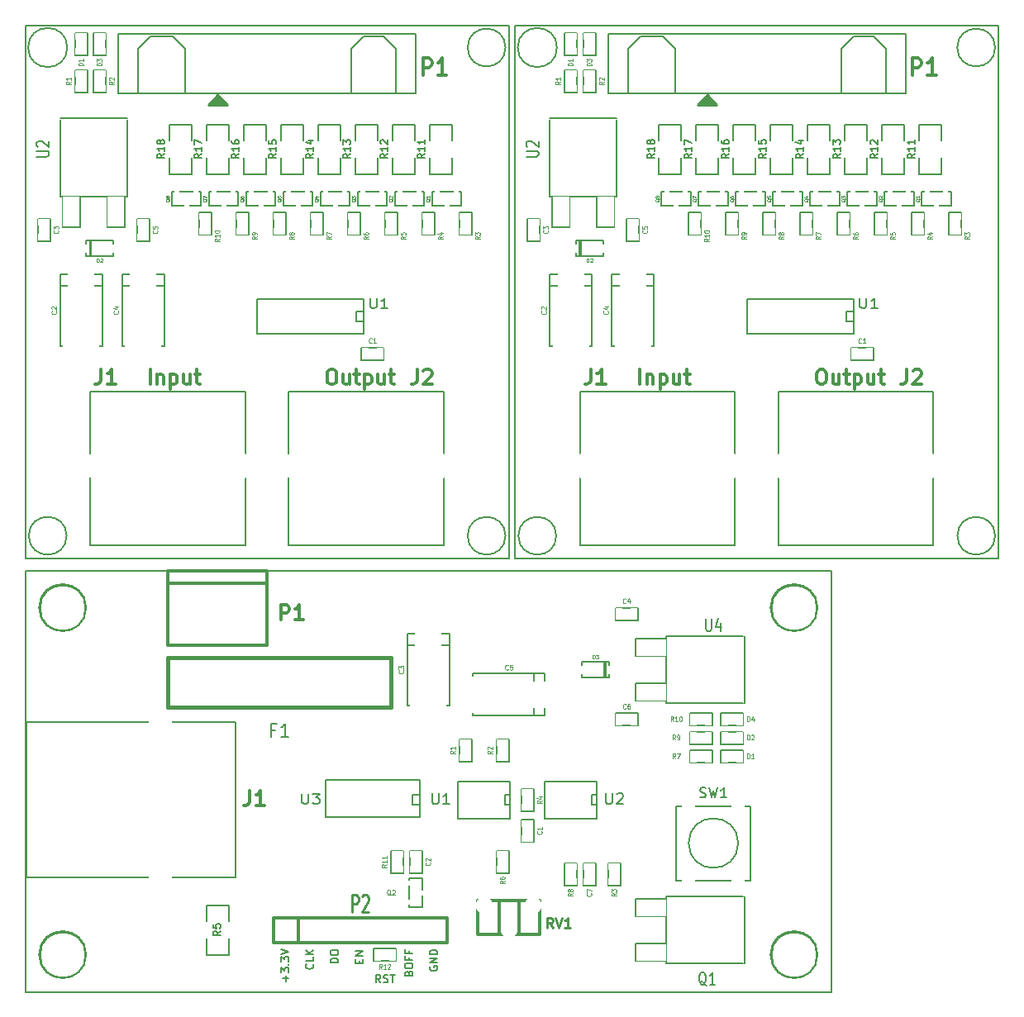
<source format=gto>
G04 (created by PCBNEW (2013-may-18)-stable) date Thu 01 May 2014 10:49:58 PM CEST*
%MOIN*%
G04 Gerber Fmt 3.4, Leading zero omitted, Abs format*
%FSLAX34Y34*%
G01*
G70*
G90*
G04 APERTURE LIST*
%ADD10C,0.00590551*%
%ADD11C,0.011811*%
%ADD12C,0.00787402*%
%ADD13C,0.005*%
%ADD14C,0.008*%
%ADD15C,0.0118*%
%ADD16C,0.015*%
%ADD17C,0.012*%
%ADD18C,0.0045*%
%ADD19C,0.0047*%
%ADD20C,0.0039*%
%ADD21C,0.00344488*%
%ADD22C,0.00984252*%
%ADD23C,0.006*%
%ADD24C,0.0107*%
%ADD25C,0.01*%
%ADD26R,0.045X0.025*%
%ADD27R,0.1063X0.1004*%
%ADD28R,0.1496X0.1004*%
%ADD29R,0.065X0.12*%
%ADD30R,0.24X0.24*%
%ADD31R,0.025X0.045*%
%ADD32R,0.08X0.06*%
%ADD33R,0.02X0.045*%
%ADD34R,0.0335X0.0335*%
%ADD35R,0.0236X0.0394*%
%ADD36C,0.12*%
%ADD37R,0.06X0.06*%
%ADD38C,0.06*%
%ADD39C,0.137795*%
%ADD40C,0.1437*%
%ADD41R,0.0591X0.0591*%
%ADD42C,0.0591*%
%ADD43C,0.0984252*%
%ADD44C,0.11811*%
%ADD45C,0.0689*%
%ADD46C,0.055*%
%ADD47R,0.0394X0.0236*%
%ADD48R,0.0236X0.0551*%
%ADD49C,0.1575*%
%ADD50R,0.12X0.065*%
%ADD51R,0.1004X0.1063*%
%ADD52R,0.1004X0.1496*%
%ADD53R,0.1X0.1*%
%ADD54C,0.1*%
%ADD55R,0.055X0.055*%
%ADD56C,0.177165*%
G04 APERTURE END LIST*
G54D10*
G54D11*
X44279Y-27989D02*
X44279Y-27398D01*
X44561Y-27595D02*
X44561Y-27989D01*
X44561Y-27651D02*
X44589Y-27623D01*
X44645Y-27595D01*
X44729Y-27595D01*
X44785Y-27623D01*
X44814Y-27679D01*
X44814Y-27989D01*
X45095Y-27595D02*
X45095Y-28185D01*
X45095Y-27623D02*
X45151Y-27595D01*
X45264Y-27595D01*
X45320Y-27623D01*
X45348Y-27651D01*
X45376Y-27707D01*
X45376Y-27876D01*
X45348Y-27932D01*
X45320Y-27960D01*
X45264Y-27989D01*
X45151Y-27989D01*
X45095Y-27960D01*
X45882Y-27595D02*
X45882Y-27989D01*
X45629Y-27595D02*
X45629Y-27904D01*
X45657Y-27960D01*
X45714Y-27989D01*
X45798Y-27989D01*
X45854Y-27960D01*
X45882Y-27932D01*
X46079Y-27595D02*
X46304Y-27595D01*
X46163Y-27398D02*
X46163Y-27904D01*
X46192Y-27960D01*
X46248Y-27989D01*
X46304Y-27989D01*
X51554Y-27398D02*
X51667Y-27398D01*
X51723Y-27426D01*
X51779Y-27482D01*
X51807Y-27595D01*
X51807Y-27792D01*
X51779Y-27904D01*
X51723Y-27960D01*
X51667Y-27989D01*
X51554Y-27989D01*
X51498Y-27960D01*
X51442Y-27904D01*
X51414Y-27792D01*
X51414Y-27595D01*
X51442Y-27482D01*
X51498Y-27426D01*
X51554Y-27398D01*
X52314Y-27595D02*
X52314Y-27989D01*
X52061Y-27595D02*
X52061Y-27904D01*
X52089Y-27960D01*
X52145Y-27989D01*
X52229Y-27989D01*
X52285Y-27960D01*
X52314Y-27932D01*
X52510Y-27595D02*
X52735Y-27595D01*
X52595Y-27398D02*
X52595Y-27904D01*
X52623Y-27960D01*
X52679Y-27989D01*
X52735Y-27989D01*
X52932Y-27595D02*
X52932Y-28185D01*
X52932Y-27623D02*
X52989Y-27595D01*
X53101Y-27595D01*
X53157Y-27623D01*
X53185Y-27651D01*
X53214Y-27707D01*
X53214Y-27876D01*
X53185Y-27932D01*
X53157Y-27960D01*
X53101Y-27989D01*
X52989Y-27989D01*
X52932Y-27960D01*
X53720Y-27595D02*
X53720Y-27989D01*
X53467Y-27595D02*
X53467Y-27904D01*
X53495Y-27960D01*
X53551Y-27989D01*
X53635Y-27989D01*
X53692Y-27960D01*
X53720Y-27932D01*
X53917Y-27595D02*
X54142Y-27595D01*
X54001Y-27398D02*
X54001Y-27904D01*
X54029Y-27960D01*
X54085Y-27989D01*
X54142Y-27989D01*
G54D12*
X58750Y-13500D02*
X39250Y-13500D01*
X39250Y-13500D02*
X39250Y-35000D01*
X39250Y-35000D02*
X58750Y-35000D01*
X58750Y-35000D02*
X58750Y-13500D01*
X39000Y-35000D02*
X39000Y-13500D01*
X19500Y-35000D02*
X39000Y-35000D01*
X19500Y-13500D02*
X19500Y-35000D01*
X39000Y-13500D02*
X19500Y-13500D01*
G54D11*
X31804Y-27398D02*
X31917Y-27398D01*
X31973Y-27426D01*
X32029Y-27482D01*
X32057Y-27595D01*
X32057Y-27792D01*
X32029Y-27904D01*
X31973Y-27960D01*
X31917Y-27989D01*
X31804Y-27989D01*
X31748Y-27960D01*
X31692Y-27904D01*
X31664Y-27792D01*
X31664Y-27595D01*
X31692Y-27482D01*
X31748Y-27426D01*
X31804Y-27398D01*
X32564Y-27595D02*
X32564Y-27989D01*
X32311Y-27595D02*
X32311Y-27904D01*
X32339Y-27960D01*
X32395Y-27989D01*
X32479Y-27989D01*
X32535Y-27960D01*
X32564Y-27932D01*
X32760Y-27595D02*
X32985Y-27595D01*
X32845Y-27398D02*
X32845Y-27904D01*
X32873Y-27960D01*
X32929Y-27989D01*
X32985Y-27989D01*
X33182Y-27595D02*
X33182Y-28185D01*
X33182Y-27623D02*
X33239Y-27595D01*
X33351Y-27595D01*
X33407Y-27623D01*
X33435Y-27651D01*
X33464Y-27707D01*
X33464Y-27876D01*
X33435Y-27932D01*
X33407Y-27960D01*
X33351Y-27989D01*
X33239Y-27989D01*
X33182Y-27960D01*
X33970Y-27595D02*
X33970Y-27989D01*
X33717Y-27595D02*
X33717Y-27904D01*
X33745Y-27960D01*
X33801Y-27989D01*
X33885Y-27989D01*
X33942Y-27960D01*
X33970Y-27932D01*
X34167Y-27595D02*
X34392Y-27595D01*
X34251Y-27398D02*
X34251Y-27904D01*
X34279Y-27960D01*
X34335Y-27989D01*
X34392Y-27989D01*
X24529Y-27989D02*
X24529Y-27398D01*
X24811Y-27595D02*
X24811Y-27989D01*
X24811Y-27651D02*
X24839Y-27623D01*
X24895Y-27595D01*
X24979Y-27595D01*
X25035Y-27623D01*
X25064Y-27679D01*
X25064Y-27989D01*
X25345Y-27595D02*
X25345Y-28185D01*
X25345Y-27623D02*
X25401Y-27595D01*
X25514Y-27595D01*
X25570Y-27623D01*
X25598Y-27651D01*
X25626Y-27707D01*
X25626Y-27876D01*
X25598Y-27932D01*
X25570Y-27960D01*
X25514Y-27989D01*
X25401Y-27989D01*
X25345Y-27960D01*
X26132Y-27595D02*
X26132Y-27989D01*
X25879Y-27595D02*
X25879Y-27904D01*
X25907Y-27960D01*
X25964Y-27989D01*
X26048Y-27989D01*
X26104Y-27960D01*
X26132Y-27932D01*
X26329Y-27595D02*
X26554Y-27595D01*
X26413Y-27398D02*
X26413Y-27904D01*
X26442Y-27960D01*
X26498Y-27989D01*
X26554Y-27989D01*
G54D12*
X19500Y-35500D02*
X19500Y-52500D01*
X52000Y-35500D02*
X19500Y-35500D01*
X52000Y-52500D02*
X52000Y-35500D01*
X19500Y-52500D02*
X52000Y-52500D01*
X35827Y-51469D02*
X35812Y-51499D01*
X35812Y-51544D01*
X35827Y-51589D01*
X35857Y-51619D01*
X35887Y-51634D01*
X35947Y-51649D01*
X35992Y-51649D01*
X36052Y-51634D01*
X36082Y-51619D01*
X36112Y-51589D01*
X36127Y-51544D01*
X36127Y-51514D01*
X36112Y-51469D01*
X36097Y-51454D01*
X35992Y-51454D01*
X35992Y-51514D01*
X36127Y-51319D02*
X35812Y-51319D01*
X36127Y-51139D01*
X35812Y-51139D01*
X36127Y-50989D02*
X35812Y-50989D01*
X35812Y-50914D01*
X35827Y-50869D01*
X35857Y-50839D01*
X35887Y-50824D01*
X35947Y-50809D01*
X35992Y-50809D01*
X36052Y-50824D01*
X36082Y-50839D01*
X36112Y-50869D01*
X36127Y-50914D01*
X36127Y-50989D01*
X34962Y-51754D02*
X34977Y-51709D01*
X34992Y-51694D01*
X35022Y-51679D01*
X35067Y-51679D01*
X35097Y-51694D01*
X35112Y-51709D01*
X35127Y-51739D01*
X35127Y-51859D01*
X34812Y-51859D01*
X34812Y-51754D01*
X34827Y-51724D01*
X34842Y-51709D01*
X34872Y-51694D01*
X34902Y-51694D01*
X34932Y-51709D01*
X34947Y-51724D01*
X34962Y-51754D01*
X34962Y-51859D01*
X34812Y-51484D02*
X34812Y-51424D01*
X34827Y-51394D01*
X34857Y-51364D01*
X34917Y-51349D01*
X35022Y-51349D01*
X35082Y-51364D01*
X35112Y-51394D01*
X35127Y-51424D01*
X35127Y-51484D01*
X35112Y-51514D01*
X35082Y-51544D01*
X35022Y-51559D01*
X34917Y-51559D01*
X34857Y-51544D01*
X34827Y-51514D01*
X34812Y-51484D01*
X34962Y-51109D02*
X34962Y-51214D01*
X35127Y-51214D02*
X34812Y-51214D01*
X34812Y-51064D01*
X34962Y-50839D02*
X34962Y-50944D01*
X35127Y-50944D02*
X34812Y-50944D01*
X34812Y-50794D01*
X33827Y-52127D02*
X33722Y-51977D01*
X33647Y-52127D02*
X33647Y-51812D01*
X33767Y-51812D01*
X33797Y-51827D01*
X33812Y-51842D01*
X33827Y-51872D01*
X33827Y-51917D01*
X33812Y-51947D01*
X33797Y-51962D01*
X33767Y-51977D01*
X33647Y-51977D01*
X33947Y-52112D02*
X33992Y-52127D01*
X34067Y-52127D01*
X34097Y-52112D01*
X34112Y-52097D01*
X34127Y-52067D01*
X34127Y-52037D01*
X34112Y-52007D01*
X34097Y-51992D01*
X34067Y-51977D01*
X34007Y-51962D01*
X33977Y-51947D01*
X33962Y-51932D01*
X33947Y-51902D01*
X33947Y-51872D01*
X33962Y-51842D01*
X33977Y-51827D01*
X34007Y-51812D01*
X34082Y-51812D01*
X34127Y-51827D01*
X34217Y-51812D02*
X34397Y-51812D01*
X34307Y-52127D02*
X34307Y-51812D01*
X32962Y-51357D02*
X32962Y-51239D01*
X33127Y-51188D02*
X33127Y-51357D01*
X32812Y-51357D01*
X32812Y-51188D01*
X33127Y-51036D02*
X32812Y-51036D01*
X33127Y-50834D01*
X32812Y-50834D01*
X32127Y-51319D02*
X31812Y-51319D01*
X31812Y-51244D01*
X31827Y-51199D01*
X31857Y-51169D01*
X31887Y-51154D01*
X31947Y-51139D01*
X31992Y-51139D01*
X32052Y-51154D01*
X32082Y-51169D01*
X32112Y-51199D01*
X32127Y-51244D01*
X32127Y-51319D01*
X31812Y-50944D02*
X31812Y-50884D01*
X31827Y-50854D01*
X31857Y-50824D01*
X31917Y-50809D01*
X32022Y-50809D01*
X32082Y-50824D01*
X32112Y-50854D01*
X32127Y-50884D01*
X32127Y-50944D01*
X32112Y-50974D01*
X32082Y-51004D01*
X32022Y-51019D01*
X31917Y-51019D01*
X31857Y-51004D01*
X31827Y-50974D01*
X31812Y-50944D01*
X31097Y-51379D02*
X31112Y-51394D01*
X31127Y-51439D01*
X31127Y-51469D01*
X31112Y-51514D01*
X31082Y-51544D01*
X31052Y-51559D01*
X30992Y-51574D01*
X30947Y-51574D01*
X30887Y-51559D01*
X30857Y-51544D01*
X30827Y-51514D01*
X30812Y-51469D01*
X30812Y-51439D01*
X30827Y-51394D01*
X30842Y-51379D01*
X31127Y-51094D02*
X31127Y-51244D01*
X30812Y-51244D01*
X31127Y-50989D02*
X30812Y-50989D01*
X31127Y-50809D02*
X30947Y-50944D01*
X30812Y-50809D02*
X30992Y-50989D01*
X30007Y-52084D02*
X30007Y-51844D01*
X30127Y-51964D02*
X29887Y-51964D01*
X29812Y-51724D02*
X29812Y-51529D01*
X29932Y-51634D01*
X29932Y-51589D01*
X29947Y-51559D01*
X29962Y-51544D01*
X29992Y-51529D01*
X30067Y-51529D01*
X30097Y-51544D01*
X30112Y-51559D01*
X30127Y-51589D01*
X30127Y-51679D01*
X30112Y-51709D01*
X30097Y-51724D01*
X30097Y-51394D02*
X30112Y-51379D01*
X30127Y-51394D01*
X30112Y-51409D01*
X30097Y-51394D01*
X30127Y-51394D01*
X29812Y-51274D02*
X29812Y-51079D01*
X29932Y-51184D01*
X29932Y-51139D01*
X29947Y-51109D01*
X29962Y-51094D01*
X29992Y-51079D01*
X30067Y-51079D01*
X30097Y-51094D01*
X30112Y-51109D01*
X30127Y-51139D01*
X30127Y-51229D01*
X30112Y-51259D01*
X30097Y-51274D01*
X29812Y-50989D02*
X30127Y-50884D01*
X29812Y-50779D01*
G54D13*
X44250Y-21300D02*
X44250Y-22200D01*
X44250Y-22200D02*
X43750Y-22200D01*
X43750Y-22200D02*
X43750Y-21300D01*
X43750Y-21300D02*
X44250Y-21300D01*
X40650Y-24000D02*
X42350Y-24000D01*
X40650Y-26450D02*
X42350Y-26450D01*
X42350Y-26450D02*
X42350Y-23550D01*
X42350Y-23550D02*
X40650Y-23550D01*
X40650Y-23550D02*
X40650Y-26450D01*
X42550Y-20400D02*
X42550Y-21650D01*
X42550Y-21650D02*
X43250Y-21650D01*
X43250Y-21650D02*
X43250Y-20400D01*
X40750Y-20400D02*
X40750Y-21650D01*
X40750Y-21650D02*
X41450Y-21650D01*
X41450Y-21650D02*
X41450Y-20400D01*
X43350Y-18000D02*
X43350Y-20400D01*
X43350Y-20400D02*
X40650Y-20400D01*
X40650Y-20400D02*
X40650Y-17300D01*
X40650Y-17250D02*
X43350Y-17250D01*
X43350Y-17300D02*
X43350Y-18000D01*
X48250Y-21050D02*
X48250Y-21950D01*
X48250Y-21950D02*
X47750Y-21950D01*
X47750Y-21950D02*
X47750Y-21050D01*
X47750Y-21050D02*
X48250Y-21050D01*
X46750Y-21050D02*
X46750Y-21950D01*
X46750Y-21950D02*
X46250Y-21950D01*
X46250Y-21950D02*
X46250Y-21050D01*
X46250Y-21050D02*
X46750Y-21050D01*
X49750Y-21050D02*
X49750Y-21950D01*
X49750Y-21950D02*
X49250Y-21950D01*
X49250Y-21950D02*
X49250Y-21050D01*
X49250Y-21050D02*
X49750Y-21050D01*
X52800Y-26500D02*
X53700Y-26500D01*
X53700Y-26500D02*
X53700Y-27000D01*
X53700Y-27000D02*
X52800Y-27000D01*
X52800Y-27000D02*
X52800Y-26500D01*
X41250Y-14700D02*
X41250Y-13800D01*
X41250Y-13800D02*
X41750Y-13800D01*
X41750Y-13800D02*
X41750Y-14700D01*
X41750Y-14700D02*
X41250Y-14700D01*
X51250Y-21050D02*
X51250Y-21950D01*
X51250Y-21950D02*
X50750Y-21950D01*
X50750Y-21950D02*
X50750Y-21050D01*
X50750Y-21050D02*
X51250Y-21050D01*
X41250Y-16200D02*
X41250Y-15300D01*
X41250Y-15300D02*
X41750Y-15300D01*
X41750Y-15300D02*
X41750Y-16200D01*
X41750Y-16200D02*
X41250Y-16200D01*
X42000Y-14700D02*
X42000Y-13800D01*
X42000Y-13800D02*
X42500Y-13800D01*
X42500Y-13800D02*
X42500Y-14700D01*
X42500Y-14700D02*
X42000Y-14700D01*
X52750Y-21050D02*
X52750Y-21950D01*
X52750Y-21950D02*
X52250Y-21950D01*
X52250Y-21950D02*
X52250Y-21050D01*
X52250Y-21050D02*
X52750Y-21050D01*
X54250Y-21050D02*
X54250Y-21950D01*
X54250Y-21950D02*
X53750Y-21950D01*
X53750Y-21950D02*
X53750Y-21050D01*
X53750Y-21050D02*
X54250Y-21050D01*
X55750Y-21050D02*
X55750Y-21950D01*
X55750Y-21950D02*
X55250Y-21950D01*
X55250Y-21950D02*
X55250Y-21050D01*
X55250Y-21050D02*
X55750Y-21050D01*
X40250Y-21300D02*
X40250Y-22200D01*
X40250Y-22200D02*
X39750Y-22200D01*
X39750Y-22200D02*
X39750Y-21300D01*
X39750Y-21300D02*
X40250Y-21300D01*
X57250Y-21050D02*
X57250Y-21950D01*
X57250Y-21950D02*
X56750Y-21950D01*
X56750Y-21950D02*
X56750Y-21050D01*
X56750Y-21050D02*
X57250Y-21050D01*
X42000Y-16200D02*
X42000Y-15300D01*
X42000Y-15300D02*
X42500Y-15300D01*
X42500Y-15300D02*
X42500Y-16200D01*
X42500Y-16200D02*
X42000Y-16200D01*
X45050Y-19500D02*
X45950Y-19500D01*
X45950Y-19500D02*
X45950Y-18850D01*
X45050Y-18150D02*
X45050Y-17500D01*
X45050Y-17500D02*
X45950Y-17500D01*
X45950Y-17500D02*
X45950Y-18150D01*
X45050Y-18850D02*
X45050Y-19500D01*
X55550Y-19500D02*
X56450Y-19500D01*
X56450Y-19500D02*
X56450Y-18850D01*
X55550Y-18150D02*
X55550Y-17500D01*
X55550Y-17500D02*
X56450Y-17500D01*
X56450Y-17500D02*
X56450Y-18150D01*
X55550Y-18850D02*
X55550Y-19500D01*
X54050Y-19500D02*
X54950Y-19500D01*
X54950Y-19500D02*
X54950Y-18850D01*
X54050Y-18150D02*
X54050Y-17500D01*
X54050Y-17500D02*
X54950Y-17500D01*
X54950Y-17500D02*
X54950Y-18150D01*
X54050Y-18850D02*
X54050Y-19500D01*
X52550Y-19500D02*
X53450Y-19500D01*
X53450Y-19500D02*
X53450Y-18850D01*
X52550Y-18150D02*
X52550Y-17500D01*
X52550Y-17500D02*
X53450Y-17500D01*
X53450Y-17500D02*
X53450Y-18150D01*
X52550Y-18850D02*
X52550Y-19500D01*
X46550Y-19500D02*
X47450Y-19500D01*
X47450Y-19500D02*
X47450Y-18850D01*
X46550Y-18150D02*
X46550Y-17500D01*
X46550Y-17500D02*
X47450Y-17500D01*
X47450Y-17500D02*
X47450Y-18150D01*
X46550Y-18850D02*
X46550Y-19500D01*
X49550Y-19500D02*
X50450Y-19500D01*
X50450Y-19500D02*
X50450Y-18850D01*
X49550Y-18150D02*
X49550Y-17500D01*
X49550Y-17500D02*
X50450Y-17500D01*
X50450Y-17500D02*
X50450Y-18150D01*
X49550Y-18850D02*
X49550Y-19500D01*
X48050Y-19500D02*
X48950Y-19500D01*
X48950Y-19500D02*
X48950Y-18850D01*
X48050Y-18150D02*
X48050Y-17500D01*
X48050Y-17500D02*
X48950Y-17500D01*
X48950Y-17500D02*
X48950Y-18150D01*
X48050Y-18850D02*
X48050Y-19500D01*
X51050Y-19500D02*
X51950Y-19500D01*
X51950Y-19500D02*
X51950Y-18850D01*
X51050Y-18150D02*
X51050Y-17500D01*
X51050Y-17500D02*
X51950Y-17500D01*
X51950Y-17500D02*
X51950Y-18150D01*
X51050Y-18850D02*
X51050Y-19500D01*
G54D14*
X52900Y-25950D02*
X48600Y-25950D01*
X48600Y-25950D02*
X48600Y-24550D01*
X48600Y-24550D02*
X52900Y-24550D01*
X52900Y-24550D02*
X52900Y-25950D01*
X52900Y-25450D02*
X52600Y-25450D01*
X52600Y-25450D02*
X52600Y-25050D01*
X52600Y-25050D02*
X52900Y-25050D01*
G54D13*
X41896Y-22185D02*
X41896Y-22815D01*
X41856Y-22815D02*
X41856Y-22185D01*
X42801Y-22815D02*
X41699Y-22815D01*
X41699Y-22815D02*
X41699Y-22185D01*
X41699Y-22185D02*
X42801Y-22185D01*
X42801Y-22185D02*
X42801Y-22815D01*
X49875Y-20225D02*
X49875Y-19965D01*
X50625Y-20225D02*
X50625Y-19965D01*
X50250Y-20775D02*
X50250Y-21035D01*
X50840Y-20775D02*
X49660Y-20775D01*
X49660Y-20775D02*
X49660Y-20225D01*
X49660Y-20225D02*
X50840Y-20225D01*
X50840Y-20225D02*
X50840Y-20775D01*
X51375Y-20225D02*
X51375Y-19965D01*
X52125Y-20225D02*
X52125Y-19965D01*
X51750Y-20775D02*
X51750Y-21035D01*
X52340Y-20775D02*
X51160Y-20775D01*
X51160Y-20775D02*
X51160Y-20225D01*
X51160Y-20225D02*
X52340Y-20225D01*
X52340Y-20225D02*
X52340Y-20775D01*
X52875Y-20225D02*
X52875Y-19965D01*
X53625Y-20225D02*
X53625Y-19965D01*
X53250Y-20775D02*
X53250Y-21035D01*
X53840Y-20775D02*
X52660Y-20775D01*
X52660Y-20775D02*
X52660Y-20225D01*
X52660Y-20225D02*
X53840Y-20225D01*
X53840Y-20225D02*
X53840Y-20775D01*
X45375Y-20225D02*
X45375Y-19965D01*
X46125Y-20225D02*
X46125Y-19965D01*
X45750Y-20775D02*
X45750Y-21035D01*
X46340Y-20775D02*
X45160Y-20775D01*
X45160Y-20775D02*
X45160Y-20225D01*
X45160Y-20225D02*
X46340Y-20225D01*
X46340Y-20225D02*
X46340Y-20775D01*
X54375Y-20225D02*
X54375Y-19965D01*
X55125Y-20225D02*
X55125Y-19965D01*
X54750Y-20775D02*
X54750Y-21035D01*
X55340Y-20775D02*
X54160Y-20775D01*
X54160Y-20775D02*
X54160Y-20225D01*
X54160Y-20225D02*
X55340Y-20225D01*
X55340Y-20225D02*
X55340Y-20775D01*
X48375Y-20225D02*
X48375Y-19965D01*
X49125Y-20225D02*
X49125Y-19965D01*
X48750Y-20775D02*
X48750Y-21035D01*
X49340Y-20775D02*
X48160Y-20775D01*
X48160Y-20775D02*
X48160Y-20225D01*
X48160Y-20225D02*
X49340Y-20225D01*
X49340Y-20225D02*
X49340Y-20775D01*
X55875Y-20225D02*
X55875Y-19965D01*
X56625Y-20225D02*
X56625Y-19965D01*
X56250Y-20775D02*
X56250Y-21035D01*
X56840Y-20775D02*
X55660Y-20775D01*
X55660Y-20775D02*
X55660Y-20225D01*
X55660Y-20225D02*
X56840Y-20225D01*
X56840Y-20225D02*
X56840Y-20775D01*
X46875Y-20225D02*
X46875Y-19965D01*
X47625Y-20225D02*
X47625Y-19965D01*
X47250Y-20775D02*
X47250Y-21035D01*
X47840Y-20775D02*
X46660Y-20775D01*
X46660Y-20775D02*
X46660Y-20225D01*
X46660Y-20225D02*
X47840Y-20225D01*
X47840Y-20225D02*
X47840Y-20775D01*
X43150Y-24000D02*
X44850Y-24000D01*
X43150Y-26450D02*
X44850Y-26450D01*
X44850Y-26450D02*
X44850Y-23550D01*
X44850Y-23550D02*
X43150Y-23550D01*
X43150Y-23550D02*
X43150Y-26450D01*
G54D12*
X43100Y-13850D02*
X43000Y-13850D01*
X43000Y-13850D02*
X43000Y-16250D01*
X55000Y-16250D02*
X55000Y-13850D01*
X55000Y-13850D02*
X43100Y-13850D01*
X52400Y-16250D02*
X52400Y-14450D01*
X52400Y-14450D02*
X52900Y-13950D01*
X52900Y-13950D02*
X53700Y-13950D01*
X53700Y-13950D02*
X54200Y-14450D01*
X54200Y-14450D02*
X54200Y-16250D01*
X43800Y-16250D02*
X43800Y-14450D01*
X43800Y-14450D02*
X44300Y-13950D01*
X44300Y-13950D02*
X45200Y-13950D01*
X45200Y-13950D02*
X45700Y-14450D01*
X45700Y-14450D02*
X45700Y-16250D01*
X43000Y-16250D02*
X55000Y-16250D01*
X58613Y-14400D02*
G75*
G03X58613Y-14400I-763J0D01*
G74*
G01*
X58611Y-34100D02*
G75*
G03X58611Y-34100I-761J0D01*
G74*
G01*
X40913Y-34100D02*
G75*
G03X40913Y-34100I-763J0D01*
G74*
G01*
X40940Y-14400D02*
G75*
G03X40940Y-14400I-790J0D01*
G74*
G01*
G54D13*
X48125Y-28275D02*
X48125Y-34475D01*
X41875Y-34475D02*
X41875Y-28275D01*
X41875Y-34475D02*
X48125Y-34475D01*
X41875Y-28275D02*
X48125Y-28275D01*
X56125Y-34475D02*
X56125Y-28275D01*
X49875Y-28275D02*
X49875Y-34475D01*
X49875Y-34475D02*
X56125Y-34475D01*
X56125Y-28275D02*
X49875Y-28275D01*
X36375Y-34475D02*
X36375Y-28275D01*
X30125Y-28275D02*
X30125Y-34475D01*
X30125Y-34475D02*
X36375Y-34475D01*
X36375Y-28275D02*
X30125Y-28275D01*
X28375Y-28275D02*
X28375Y-34475D01*
X22125Y-34475D02*
X22125Y-28275D01*
X22125Y-34475D02*
X28375Y-34475D01*
X22125Y-28275D02*
X28375Y-28275D01*
G54D12*
X21190Y-14400D02*
G75*
G03X21190Y-14400I-790J0D01*
G74*
G01*
X21163Y-34100D02*
G75*
G03X21163Y-34100I-763J0D01*
G74*
G01*
X38861Y-34100D02*
G75*
G03X38861Y-34100I-761J0D01*
G74*
G01*
X38863Y-14400D02*
G75*
G03X38863Y-14400I-763J0D01*
G74*
G01*
X23350Y-13850D02*
X23250Y-13850D01*
X23250Y-13850D02*
X23250Y-16250D01*
X35250Y-16250D02*
X35250Y-13850D01*
X35250Y-13850D02*
X23350Y-13850D01*
X32650Y-16250D02*
X32650Y-14450D01*
X32650Y-14450D02*
X33150Y-13950D01*
X33150Y-13950D02*
X33950Y-13950D01*
X33950Y-13950D02*
X34450Y-14450D01*
X34450Y-14450D02*
X34450Y-16250D01*
X24050Y-16250D02*
X24050Y-14450D01*
X24050Y-14450D02*
X24550Y-13950D01*
X24550Y-13950D02*
X25450Y-13950D01*
X25450Y-13950D02*
X25950Y-14450D01*
X25950Y-14450D02*
X25950Y-16250D01*
X23250Y-16250D02*
X35250Y-16250D01*
G54D13*
X23400Y-24000D02*
X25100Y-24000D01*
X23400Y-26450D02*
X25100Y-26450D01*
X25100Y-26450D02*
X25100Y-23550D01*
X25100Y-23550D02*
X23400Y-23550D01*
X23400Y-23550D02*
X23400Y-26450D01*
X27125Y-20225D02*
X27125Y-19965D01*
X27875Y-20225D02*
X27875Y-19965D01*
X27500Y-20775D02*
X27500Y-21035D01*
X28090Y-20775D02*
X26910Y-20775D01*
X26910Y-20775D02*
X26910Y-20225D01*
X26910Y-20225D02*
X28090Y-20225D01*
X28090Y-20225D02*
X28090Y-20775D01*
X36125Y-20225D02*
X36125Y-19965D01*
X36875Y-20225D02*
X36875Y-19965D01*
X36500Y-20775D02*
X36500Y-21035D01*
X37090Y-20775D02*
X35910Y-20775D01*
X35910Y-20775D02*
X35910Y-20225D01*
X35910Y-20225D02*
X37090Y-20225D01*
X37090Y-20225D02*
X37090Y-20775D01*
X28625Y-20225D02*
X28625Y-19965D01*
X29375Y-20225D02*
X29375Y-19965D01*
X29000Y-20775D02*
X29000Y-21035D01*
X29590Y-20775D02*
X28410Y-20775D01*
X28410Y-20775D02*
X28410Y-20225D01*
X28410Y-20225D02*
X29590Y-20225D01*
X29590Y-20225D02*
X29590Y-20775D01*
X34625Y-20225D02*
X34625Y-19965D01*
X35375Y-20225D02*
X35375Y-19965D01*
X35000Y-20775D02*
X35000Y-21035D01*
X35590Y-20775D02*
X34410Y-20775D01*
X34410Y-20775D02*
X34410Y-20225D01*
X34410Y-20225D02*
X35590Y-20225D01*
X35590Y-20225D02*
X35590Y-20775D01*
X25625Y-20225D02*
X25625Y-19965D01*
X26375Y-20225D02*
X26375Y-19965D01*
X26000Y-20775D02*
X26000Y-21035D01*
X26590Y-20775D02*
X25410Y-20775D01*
X25410Y-20775D02*
X25410Y-20225D01*
X25410Y-20225D02*
X26590Y-20225D01*
X26590Y-20225D02*
X26590Y-20775D01*
X33125Y-20225D02*
X33125Y-19965D01*
X33875Y-20225D02*
X33875Y-19965D01*
X33500Y-20775D02*
X33500Y-21035D01*
X34090Y-20775D02*
X32910Y-20775D01*
X32910Y-20775D02*
X32910Y-20225D01*
X32910Y-20225D02*
X34090Y-20225D01*
X34090Y-20225D02*
X34090Y-20775D01*
X31625Y-20225D02*
X31625Y-19965D01*
X32375Y-20225D02*
X32375Y-19965D01*
X32000Y-20775D02*
X32000Y-21035D01*
X32590Y-20775D02*
X31410Y-20775D01*
X31410Y-20775D02*
X31410Y-20225D01*
X31410Y-20225D02*
X32590Y-20225D01*
X32590Y-20225D02*
X32590Y-20775D01*
X30125Y-20225D02*
X30125Y-19965D01*
X30875Y-20225D02*
X30875Y-19965D01*
X30500Y-20775D02*
X30500Y-21035D01*
X31090Y-20775D02*
X29910Y-20775D01*
X29910Y-20775D02*
X29910Y-20225D01*
X29910Y-20225D02*
X31090Y-20225D01*
X31090Y-20225D02*
X31090Y-20775D01*
X22146Y-22185D02*
X22146Y-22815D01*
X22106Y-22815D02*
X22106Y-22185D01*
X23051Y-22815D02*
X21949Y-22815D01*
X21949Y-22815D02*
X21949Y-22185D01*
X21949Y-22185D02*
X23051Y-22185D01*
X23051Y-22185D02*
X23051Y-22815D01*
G54D14*
X33150Y-25950D02*
X28850Y-25950D01*
X28850Y-25950D02*
X28850Y-24550D01*
X28850Y-24550D02*
X33150Y-24550D01*
X33150Y-24550D02*
X33150Y-25950D01*
X33150Y-25450D02*
X32850Y-25450D01*
X32850Y-25450D02*
X32850Y-25050D01*
X32850Y-25050D02*
X33150Y-25050D01*
G54D13*
X31300Y-19500D02*
X32200Y-19500D01*
X32200Y-19500D02*
X32200Y-18850D01*
X31300Y-18150D02*
X31300Y-17500D01*
X31300Y-17500D02*
X32200Y-17500D01*
X32200Y-17500D02*
X32200Y-18150D01*
X31300Y-18850D02*
X31300Y-19500D01*
X28300Y-19500D02*
X29200Y-19500D01*
X29200Y-19500D02*
X29200Y-18850D01*
X28300Y-18150D02*
X28300Y-17500D01*
X28300Y-17500D02*
X29200Y-17500D01*
X29200Y-17500D02*
X29200Y-18150D01*
X28300Y-18850D02*
X28300Y-19500D01*
X29800Y-19500D02*
X30700Y-19500D01*
X30700Y-19500D02*
X30700Y-18850D01*
X29800Y-18150D02*
X29800Y-17500D01*
X29800Y-17500D02*
X30700Y-17500D01*
X30700Y-17500D02*
X30700Y-18150D01*
X29800Y-18850D02*
X29800Y-19500D01*
X26800Y-19500D02*
X27700Y-19500D01*
X27700Y-19500D02*
X27700Y-18850D01*
X26800Y-18150D02*
X26800Y-17500D01*
X26800Y-17500D02*
X27700Y-17500D01*
X27700Y-17500D02*
X27700Y-18150D01*
X26800Y-18850D02*
X26800Y-19500D01*
X32800Y-19500D02*
X33700Y-19500D01*
X33700Y-19500D02*
X33700Y-18850D01*
X32800Y-18150D02*
X32800Y-17500D01*
X32800Y-17500D02*
X33700Y-17500D01*
X33700Y-17500D02*
X33700Y-18150D01*
X32800Y-18850D02*
X32800Y-19500D01*
X34300Y-19500D02*
X35200Y-19500D01*
X35200Y-19500D02*
X35200Y-18850D01*
X34300Y-18150D02*
X34300Y-17500D01*
X34300Y-17500D02*
X35200Y-17500D01*
X35200Y-17500D02*
X35200Y-18150D01*
X34300Y-18850D02*
X34300Y-19500D01*
X35800Y-19500D02*
X36700Y-19500D01*
X36700Y-19500D02*
X36700Y-18850D01*
X35800Y-18150D02*
X35800Y-17500D01*
X35800Y-17500D02*
X36700Y-17500D01*
X36700Y-17500D02*
X36700Y-18150D01*
X35800Y-18850D02*
X35800Y-19500D01*
X25300Y-19500D02*
X26200Y-19500D01*
X26200Y-19500D02*
X26200Y-18850D01*
X25300Y-18150D02*
X25300Y-17500D01*
X25300Y-17500D02*
X26200Y-17500D01*
X26200Y-17500D02*
X26200Y-18150D01*
X25300Y-18850D02*
X25300Y-19500D01*
X22250Y-16200D02*
X22250Y-15300D01*
X22250Y-15300D02*
X22750Y-15300D01*
X22750Y-15300D02*
X22750Y-16200D01*
X22750Y-16200D02*
X22250Y-16200D01*
X37500Y-21050D02*
X37500Y-21950D01*
X37500Y-21950D02*
X37000Y-21950D01*
X37000Y-21950D02*
X37000Y-21050D01*
X37000Y-21050D02*
X37500Y-21050D01*
X20500Y-21300D02*
X20500Y-22200D01*
X20500Y-22200D02*
X20000Y-22200D01*
X20000Y-22200D02*
X20000Y-21300D01*
X20000Y-21300D02*
X20500Y-21300D01*
X36000Y-21050D02*
X36000Y-21950D01*
X36000Y-21950D02*
X35500Y-21950D01*
X35500Y-21950D02*
X35500Y-21050D01*
X35500Y-21050D02*
X36000Y-21050D01*
X34500Y-21050D02*
X34500Y-21950D01*
X34500Y-21950D02*
X34000Y-21950D01*
X34000Y-21950D02*
X34000Y-21050D01*
X34000Y-21050D02*
X34500Y-21050D01*
X33000Y-21050D02*
X33000Y-21950D01*
X33000Y-21950D02*
X32500Y-21950D01*
X32500Y-21950D02*
X32500Y-21050D01*
X32500Y-21050D02*
X33000Y-21050D01*
X22250Y-14700D02*
X22250Y-13800D01*
X22250Y-13800D02*
X22750Y-13800D01*
X22750Y-13800D02*
X22750Y-14700D01*
X22750Y-14700D02*
X22250Y-14700D01*
X21500Y-16200D02*
X21500Y-15300D01*
X21500Y-15300D02*
X22000Y-15300D01*
X22000Y-15300D02*
X22000Y-16200D01*
X22000Y-16200D02*
X21500Y-16200D01*
X31500Y-21050D02*
X31500Y-21950D01*
X31500Y-21950D02*
X31000Y-21950D01*
X31000Y-21950D02*
X31000Y-21050D01*
X31000Y-21050D02*
X31500Y-21050D01*
X21500Y-14700D02*
X21500Y-13800D01*
X21500Y-13800D02*
X22000Y-13800D01*
X22000Y-13800D02*
X22000Y-14700D01*
X22000Y-14700D02*
X21500Y-14700D01*
X33050Y-26500D02*
X33950Y-26500D01*
X33950Y-26500D02*
X33950Y-27000D01*
X33950Y-27000D02*
X33050Y-27000D01*
X33050Y-27000D02*
X33050Y-26500D01*
X30000Y-21050D02*
X30000Y-21950D01*
X30000Y-21950D02*
X29500Y-21950D01*
X29500Y-21950D02*
X29500Y-21050D01*
X29500Y-21050D02*
X30000Y-21050D01*
X27000Y-21050D02*
X27000Y-21950D01*
X27000Y-21950D02*
X26500Y-21950D01*
X26500Y-21950D02*
X26500Y-21050D01*
X26500Y-21050D02*
X27000Y-21050D01*
X28500Y-21050D02*
X28500Y-21950D01*
X28500Y-21950D02*
X28000Y-21950D01*
X28000Y-21950D02*
X28000Y-21050D01*
X28000Y-21050D02*
X28500Y-21050D01*
X22800Y-20400D02*
X22800Y-21650D01*
X22800Y-21650D02*
X23500Y-21650D01*
X23500Y-21650D02*
X23500Y-20400D01*
X21000Y-20400D02*
X21000Y-21650D01*
X21000Y-21650D02*
X21700Y-21650D01*
X21700Y-21650D02*
X21700Y-20400D01*
X23600Y-18000D02*
X23600Y-20400D01*
X23600Y-20400D02*
X20900Y-20400D01*
X20900Y-20400D02*
X20900Y-17300D01*
X20900Y-17250D02*
X23600Y-17250D01*
X23600Y-17300D02*
X23600Y-18000D01*
X20900Y-24000D02*
X22600Y-24000D01*
X20900Y-26450D02*
X22600Y-26450D01*
X22600Y-26450D02*
X22600Y-23550D01*
X22600Y-23550D02*
X20900Y-23550D01*
X20900Y-23550D02*
X20900Y-26450D01*
X24500Y-21300D02*
X24500Y-22200D01*
X24500Y-22200D02*
X24000Y-22200D01*
X24000Y-22200D02*
X24000Y-21300D01*
X24000Y-21300D02*
X24500Y-21300D01*
G54D15*
X39394Y-48831D02*
X39394Y-50169D01*
X38606Y-48831D02*
X38606Y-50169D01*
X37740Y-50169D02*
X37740Y-48831D01*
X37740Y-48831D02*
X40260Y-48831D01*
X40260Y-48831D02*
X40260Y-50169D01*
X40260Y-50169D02*
X37740Y-50169D01*
G54D13*
X48250Y-46500D02*
G75*
G03X48250Y-46500I-1000J0D01*
G74*
G01*
X45750Y-48000D02*
X45750Y-45000D01*
X45750Y-45000D02*
X48750Y-45000D01*
X48750Y-45000D02*
X48750Y-48000D01*
X45750Y-48000D02*
X48750Y-48000D01*
X34975Y-48875D02*
X34715Y-48875D01*
X34975Y-48125D02*
X34715Y-48125D01*
X35525Y-48500D02*
X35785Y-48500D01*
X35525Y-47910D02*
X35525Y-49090D01*
X35525Y-49090D02*
X34975Y-49090D01*
X34975Y-49090D02*
X34975Y-47910D01*
X34975Y-47910D02*
X35525Y-47910D01*
X42854Y-39815D02*
X42854Y-39185D01*
X42894Y-39185D02*
X42894Y-39815D01*
X41949Y-39185D02*
X43051Y-39185D01*
X43051Y-39185D02*
X43051Y-39815D01*
X43051Y-39815D02*
X41949Y-39815D01*
X41949Y-39815D02*
X41949Y-39185D01*
X42550Y-44050D02*
X42550Y-44000D01*
X42550Y-44000D02*
X40450Y-44000D01*
X40450Y-45500D02*
X42550Y-45500D01*
X42550Y-45500D02*
X42550Y-44050D01*
X42550Y-44950D02*
X42350Y-44950D01*
X42350Y-44950D02*
X42350Y-44550D01*
X42350Y-44550D02*
X42550Y-44550D01*
X40450Y-45500D02*
X40450Y-44000D01*
X39050Y-44050D02*
X39050Y-44000D01*
X39050Y-44000D02*
X36950Y-44000D01*
X36950Y-45500D02*
X39050Y-45500D01*
X39050Y-45500D02*
X39050Y-44050D01*
X39050Y-44950D02*
X38850Y-44950D01*
X38850Y-44950D02*
X38850Y-44550D01*
X38850Y-44550D02*
X39050Y-44550D01*
X36950Y-45500D02*
X36950Y-44000D01*
X27700Y-49000D02*
X26800Y-49000D01*
X26800Y-49000D02*
X26800Y-49650D01*
X27700Y-50350D02*
X27700Y-51000D01*
X27700Y-51000D02*
X26800Y-51000D01*
X26800Y-51000D02*
X26800Y-50350D01*
X27700Y-49650D02*
X27700Y-49000D01*
X47550Y-42750D02*
X48450Y-42750D01*
X48450Y-42750D02*
X48450Y-43250D01*
X48450Y-43250D02*
X47550Y-43250D01*
X47550Y-43250D02*
X47550Y-42750D01*
X41750Y-47300D02*
X41750Y-48200D01*
X41750Y-48200D02*
X41250Y-48200D01*
X41250Y-48200D02*
X41250Y-47300D01*
X41250Y-47300D02*
X41750Y-47300D01*
X39000Y-46800D02*
X39000Y-47700D01*
X39000Y-47700D02*
X38500Y-47700D01*
X38500Y-47700D02*
X38500Y-46800D01*
X38500Y-46800D02*
X39000Y-46800D01*
X43500Y-47300D02*
X43500Y-48200D01*
X43500Y-48200D02*
X43000Y-48200D01*
X43000Y-48200D02*
X43000Y-47300D01*
X43000Y-47300D02*
X43500Y-47300D01*
X46300Y-42750D02*
X47200Y-42750D01*
X47200Y-42750D02*
X47200Y-43250D01*
X47200Y-43250D02*
X46300Y-43250D01*
X46300Y-43250D02*
X46300Y-42750D01*
X39000Y-42300D02*
X39000Y-43200D01*
X39000Y-43200D02*
X38500Y-43200D01*
X38500Y-43200D02*
X38500Y-42300D01*
X38500Y-42300D02*
X39000Y-42300D01*
X35500Y-46800D02*
X35500Y-47700D01*
X35500Y-47700D02*
X35000Y-47700D01*
X35000Y-47700D02*
X35000Y-46800D01*
X35000Y-46800D02*
X35500Y-46800D01*
X40000Y-44300D02*
X40000Y-45200D01*
X40000Y-45200D02*
X39500Y-45200D01*
X39500Y-45200D02*
X39500Y-44300D01*
X39500Y-44300D02*
X40000Y-44300D01*
X40000Y-45550D02*
X40000Y-46450D01*
X40000Y-46450D02*
X39500Y-46450D01*
X39500Y-46450D02*
X39500Y-45550D01*
X39500Y-45550D02*
X40000Y-45550D01*
X42500Y-47300D02*
X42500Y-48200D01*
X42500Y-48200D02*
X42000Y-48200D01*
X42000Y-48200D02*
X42000Y-47300D01*
X42000Y-47300D02*
X42500Y-47300D01*
X33550Y-50750D02*
X34450Y-50750D01*
X34450Y-50750D02*
X34450Y-51250D01*
X34450Y-51250D02*
X33550Y-51250D01*
X33550Y-51250D02*
X33550Y-50750D01*
X34750Y-46800D02*
X34750Y-47700D01*
X34750Y-47700D02*
X34250Y-47700D01*
X34250Y-47700D02*
X34250Y-46800D01*
X34250Y-46800D02*
X34750Y-46800D01*
X44200Y-37500D02*
X43300Y-37500D01*
X43300Y-37500D02*
X43300Y-37000D01*
X43300Y-37000D02*
X44200Y-37000D01*
X44200Y-37000D02*
X44200Y-37500D01*
X37500Y-42300D02*
X37500Y-43200D01*
X37500Y-43200D02*
X37000Y-43200D01*
X37000Y-43200D02*
X37000Y-42300D01*
X37000Y-42300D02*
X37500Y-42300D01*
X47550Y-42000D02*
X48450Y-42000D01*
X48450Y-42000D02*
X48450Y-42500D01*
X48450Y-42500D02*
X47550Y-42500D01*
X47550Y-42500D02*
X47550Y-42000D01*
X46300Y-42000D02*
X47200Y-42000D01*
X47200Y-42000D02*
X47200Y-42500D01*
X47200Y-42500D02*
X46300Y-42500D01*
X46300Y-42500D02*
X46300Y-42000D01*
X47550Y-41250D02*
X48450Y-41250D01*
X48450Y-41250D02*
X48450Y-41750D01*
X48450Y-41750D02*
X47550Y-41750D01*
X47550Y-41750D02*
X47550Y-41250D01*
X46300Y-41250D02*
X47200Y-41250D01*
X47200Y-41250D02*
X47200Y-41750D01*
X47200Y-41750D02*
X46300Y-41750D01*
X46300Y-41750D02*
X46300Y-41250D01*
X44200Y-41750D02*
X43300Y-41750D01*
X43300Y-41750D02*
X43300Y-41250D01*
X43300Y-41250D02*
X44200Y-41250D01*
X44200Y-41250D02*
X44200Y-41750D01*
X19537Y-41624D02*
X19537Y-47875D01*
X19537Y-47875D02*
X27962Y-47875D01*
X27962Y-47875D02*
X27962Y-41624D01*
X27962Y-41624D02*
X19537Y-41624D01*
G54D16*
X33750Y-41000D02*
X34250Y-41000D01*
X34250Y-41000D02*
X34250Y-39000D01*
X25250Y-39000D02*
X34250Y-39000D01*
X33750Y-41000D02*
X25250Y-41000D01*
X25250Y-41000D02*
X25250Y-39000D01*
G54D13*
X45350Y-40050D02*
X44100Y-40050D01*
X44100Y-40050D02*
X44100Y-40750D01*
X44100Y-40750D02*
X45350Y-40750D01*
X45350Y-38250D02*
X44100Y-38250D01*
X44100Y-38250D02*
X44100Y-38950D01*
X44100Y-38950D02*
X45350Y-38950D01*
X47750Y-40850D02*
X45350Y-40850D01*
X45350Y-40850D02*
X45350Y-38150D01*
X45350Y-38150D02*
X48450Y-38150D01*
X48500Y-38150D02*
X48500Y-40850D01*
X48450Y-40850D02*
X47750Y-40850D01*
X40000Y-39650D02*
X40000Y-41350D01*
X37550Y-39650D02*
X37550Y-41350D01*
X37550Y-41350D02*
X40450Y-41350D01*
X40450Y-41350D02*
X40450Y-39650D01*
X40450Y-39650D02*
X37550Y-39650D01*
X34900Y-38500D02*
X36600Y-38500D01*
X34900Y-40950D02*
X36600Y-40950D01*
X36600Y-40950D02*
X36600Y-38050D01*
X36600Y-38050D02*
X34900Y-38050D01*
X34900Y-38050D02*
X34900Y-40950D01*
G54D17*
X25250Y-36000D02*
X29250Y-36000D01*
X25250Y-35500D02*
X25250Y-38500D01*
X25250Y-38500D02*
X29250Y-38500D01*
X29250Y-38500D02*
X29250Y-35500D01*
X29250Y-35500D02*
X25250Y-35500D01*
G54D14*
X35400Y-45450D02*
X31600Y-45450D01*
X31600Y-45450D02*
X31600Y-43950D01*
X31600Y-43950D02*
X35400Y-43950D01*
X35400Y-43950D02*
X35400Y-45450D01*
X35400Y-44950D02*
X35100Y-44950D01*
X35100Y-44950D02*
X35100Y-44550D01*
X35100Y-44550D02*
X35400Y-44550D01*
G54D13*
X45350Y-50550D02*
X44100Y-50550D01*
X44100Y-50550D02*
X44100Y-51250D01*
X44100Y-51250D02*
X45350Y-51250D01*
X45350Y-48750D02*
X44100Y-48750D01*
X44100Y-48750D02*
X44100Y-49450D01*
X44100Y-49450D02*
X45350Y-49450D01*
X47750Y-51350D02*
X45350Y-51350D01*
X45350Y-51350D02*
X45350Y-48650D01*
X45350Y-48650D02*
X48450Y-48650D01*
X48500Y-48650D02*
X48500Y-51350D01*
X48450Y-51350D02*
X47750Y-51350D01*
G54D17*
X29500Y-49500D02*
X29500Y-49500D01*
X29500Y-49500D02*
X36500Y-49500D01*
X36500Y-49500D02*
X36500Y-50500D01*
X36500Y-50500D02*
X29500Y-50500D01*
X29500Y-50500D02*
X29500Y-49500D01*
X30500Y-50500D02*
X30500Y-50500D01*
X30500Y-50500D02*
X30500Y-49500D01*
G54D16*
X21900Y-37000D02*
G75*
G03X21900Y-37000I-900J0D01*
G74*
G01*
X51400Y-37000D02*
G75*
G03X51400Y-37000I-900J0D01*
G74*
G01*
X51400Y-51000D02*
G75*
G03X51400Y-51000I-900J0D01*
G74*
G01*
X21900Y-51000D02*
G75*
G03X21900Y-51000I-900J0D01*
G74*
G01*
G54D18*
X44561Y-21780D02*
X44571Y-21788D01*
X44580Y-21814D01*
X44580Y-21831D01*
X44571Y-21857D01*
X44552Y-21874D01*
X44533Y-21882D01*
X44495Y-21891D01*
X44466Y-21891D01*
X44428Y-21882D01*
X44409Y-21874D01*
X44390Y-21857D01*
X44380Y-21831D01*
X44380Y-21814D01*
X44390Y-21788D01*
X44400Y-21780D01*
X44380Y-21617D02*
X44380Y-21702D01*
X44476Y-21711D01*
X44466Y-21702D01*
X44457Y-21685D01*
X44457Y-21642D01*
X44466Y-21625D01*
X44476Y-21617D01*
X44495Y-21608D01*
X44542Y-21608D01*
X44561Y-21617D01*
X44571Y-21625D01*
X44580Y-21642D01*
X44580Y-21685D01*
X44571Y-21702D01*
X44561Y-21711D01*
G54D19*
X40485Y-25032D02*
X40495Y-25042D01*
X40504Y-25070D01*
X40504Y-25089D01*
X40495Y-25117D01*
X40476Y-25136D01*
X40457Y-25145D01*
X40420Y-25154D01*
X40392Y-25154D01*
X40354Y-25145D01*
X40335Y-25136D01*
X40317Y-25117D01*
X40307Y-25089D01*
X40307Y-25070D01*
X40317Y-25042D01*
X40326Y-25032D01*
X40326Y-24957D02*
X40317Y-24948D01*
X40307Y-24929D01*
X40307Y-24882D01*
X40317Y-24863D01*
X40326Y-24854D01*
X40345Y-24845D01*
X40364Y-24845D01*
X40392Y-24854D01*
X40504Y-24967D01*
X40504Y-24845D01*
G54D14*
X39702Y-18804D02*
X40107Y-18804D01*
X40154Y-18785D01*
X40178Y-18766D01*
X40202Y-18728D01*
X40202Y-18652D01*
X40178Y-18614D01*
X40154Y-18595D01*
X40107Y-18576D01*
X39702Y-18576D01*
X39750Y-18404D02*
X39726Y-18385D01*
X39702Y-18347D01*
X39702Y-18252D01*
X39726Y-18214D01*
X39750Y-18195D01*
X39797Y-18176D01*
X39845Y-18176D01*
X39916Y-18195D01*
X40202Y-18423D01*
X40202Y-18176D01*
G54D18*
X48580Y-22030D02*
X48485Y-22090D01*
X48580Y-22132D02*
X48380Y-22132D01*
X48380Y-22064D01*
X48390Y-22047D01*
X48400Y-22038D01*
X48419Y-22030D01*
X48447Y-22030D01*
X48466Y-22038D01*
X48476Y-22047D01*
X48485Y-22064D01*
X48485Y-22132D01*
X48580Y-21944D02*
X48580Y-21910D01*
X48571Y-21892D01*
X48561Y-21884D01*
X48533Y-21867D01*
X48495Y-21858D01*
X48419Y-21858D01*
X48400Y-21867D01*
X48390Y-21875D01*
X48380Y-21892D01*
X48380Y-21927D01*
X48390Y-21944D01*
X48400Y-21952D01*
X48419Y-21961D01*
X48466Y-21961D01*
X48485Y-21952D01*
X48495Y-21944D01*
X48504Y-21927D01*
X48504Y-21892D01*
X48495Y-21875D01*
X48485Y-21867D01*
X48466Y-21858D01*
X47080Y-22115D02*
X46985Y-22175D01*
X47080Y-22218D02*
X46880Y-22218D01*
X46880Y-22150D01*
X46890Y-22132D01*
X46900Y-22124D01*
X46919Y-22115D01*
X46947Y-22115D01*
X46966Y-22124D01*
X46976Y-22132D01*
X46985Y-22150D01*
X46985Y-22218D01*
X47080Y-21944D02*
X47080Y-22047D01*
X47080Y-21995D02*
X46880Y-21995D01*
X46909Y-22012D01*
X46928Y-22030D01*
X46938Y-22047D01*
X46880Y-21832D02*
X46880Y-21815D01*
X46890Y-21798D01*
X46900Y-21790D01*
X46919Y-21781D01*
X46957Y-21772D01*
X47004Y-21772D01*
X47042Y-21781D01*
X47061Y-21790D01*
X47071Y-21798D01*
X47080Y-21815D01*
X47080Y-21832D01*
X47071Y-21850D01*
X47061Y-21858D01*
X47042Y-21867D01*
X47004Y-21875D01*
X46957Y-21875D01*
X46919Y-21867D01*
X46900Y-21858D01*
X46890Y-21850D01*
X46880Y-21832D01*
X50080Y-22030D02*
X49985Y-22090D01*
X50080Y-22132D02*
X49880Y-22132D01*
X49880Y-22064D01*
X49890Y-22047D01*
X49900Y-22038D01*
X49919Y-22030D01*
X49947Y-22030D01*
X49966Y-22038D01*
X49976Y-22047D01*
X49985Y-22064D01*
X49985Y-22132D01*
X49966Y-21927D02*
X49957Y-21944D01*
X49947Y-21952D01*
X49928Y-21961D01*
X49919Y-21961D01*
X49900Y-21952D01*
X49890Y-21944D01*
X49880Y-21927D01*
X49880Y-21892D01*
X49890Y-21875D01*
X49900Y-21867D01*
X49919Y-21858D01*
X49928Y-21858D01*
X49947Y-21867D01*
X49957Y-21875D01*
X49966Y-21892D01*
X49966Y-21927D01*
X49976Y-21944D01*
X49985Y-21952D01*
X50004Y-21961D01*
X50042Y-21961D01*
X50061Y-21952D01*
X50071Y-21944D01*
X50080Y-21927D01*
X50080Y-21892D01*
X50071Y-21875D01*
X50061Y-21867D01*
X50042Y-21858D01*
X50004Y-21858D01*
X49985Y-21867D01*
X49976Y-21875D01*
X49966Y-21892D01*
X53220Y-26311D02*
X53211Y-26321D01*
X53185Y-26330D01*
X53168Y-26330D01*
X53142Y-26321D01*
X53125Y-26302D01*
X53117Y-26283D01*
X53108Y-26245D01*
X53108Y-26216D01*
X53117Y-26178D01*
X53125Y-26159D01*
X53142Y-26140D01*
X53168Y-26130D01*
X53185Y-26130D01*
X53211Y-26140D01*
X53220Y-26150D01*
X53391Y-26330D02*
X53288Y-26330D01*
X53340Y-26330D02*
X53340Y-26130D01*
X53322Y-26159D01*
X53305Y-26178D01*
X53288Y-26188D01*
X41580Y-15132D02*
X41380Y-15132D01*
X41380Y-15090D01*
X41390Y-15064D01*
X41409Y-15047D01*
X41428Y-15038D01*
X41466Y-15030D01*
X41495Y-15030D01*
X41533Y-15038D01*
X41552Y-15047D01*
X41571Y-15064D01*
X41580Y-15090D01*
X41580Y-15132D01*
X41580Y-14858D02*
X41580Y-14961D01*
X41580Y-14910D02*
X41380Y-14910D01*
X41409Y-14927D01*
X41428Y-14944D01*
X41438Y-14961D01*
X51580Y-22030D02*
X51485Y-22090D01*
X51580Y-22132D02*
X51380Y-22132D01*
X51380Y-22064D01*
X51390Y-22047D01*
X51400Y-22038D01*
X51419Y-22030D01*
X51447Y-22030D01*
X51466Y-22038D01*
X51476Y-22047D01*
X51485Y-22064D01*
X51485Y-22132D01*
X51380Y-21970D02*
X51380Y-21850D01*
X51580Y-21927D01*
X41080Y-15780D02*
X40985Y-15840D01*
X41080Y-15882D02*
X40880Y-15882D01*
X40880Y-15814D01*
X40890Y-15797D01*
X40900Y-15788D01*
X40919Y-15780D01*
X40947Y-15780D01*
X40966Y-15788D01*
X40976Y-15797D01*
X40985Y-15814D01*
X40985Y-15882D01*
X41080Y-15608D02*
X41080Y-15711D01*
X41080Y-15660D02*
X40880Y-15660D01*
X40909Y-15677D01*
X40928Y-15694D01*
X40938Y-15711D01*
X42330Y-15132D02*
X42130Y-15132D01*
X42130Y-15090D01*
X42140Y-15064D01*
X42159Y-15047D01*
X42178Y-15038D01*
X42216Y-15030D01*
X42245Y-15030D01*
X42283Y-15038D01*
X42302Y-15047D01*
X42321Y-15064D01*
X42330Y-15090D01*
X42330Y-15132D01*
X42130Y-14970D02*
X42130Y-14858D01*
X42207Y-14918D01*
X42207Y-14892D01*
X42216Y-14875D01*
X42226Y-14867D01*
X42245Y-14858D01*
X42292Y-14858D01*
X42311Y-14867D01*
X42321Y-14875D01*
X42330Y-14892D01*
X42330Y-14944D01*
X42321Y-14961D01*
X42311Y-14970D01*
X53080Y-22030D02*
X52985Y-22090D01*
X53080Y-22132D02*
X52880Y-22132D01*
X52880Y-22064D01*
X52890Y-22047D01*
X52900Y-22038D01*
X52919Y-22030D01*
X52947Y-22030D01*
X52966Y-22038D01*
X52976Y-22047D01*
X52985Y-22064D01*
X52985Y-22132D01*
X52880Y-21875D02*
X52880Y-21910D01*
X52890Y-21927D01*
X52900Y-21935D01*
X52928Y-21952D01*
X52966Y-21961D01*
X53042Y-21961D01*
X53061Y-21952D01*
X53071Y-21944D01*
X53080Y-21927D01*
X53080Y-21892D01*
X53071Y-21875D01*
X53061Y-21867D01*
X53042Y-21858D01*
X52995Y-21858D01*
X52976Y-21867D01*
X52966Y-21875D01*
X52957Y-21892D01*
X52957Y-21927D01*
X52966Y-21944D01*
X52976Y-21952D01*
X52995Y-21961D01*
X54580Y-22030D02*
X54485Y-22090D01*
X54580Y-22132D02*
X54380Y-22132D01*
X54380Y-22064D01*
X54390Y-22047D01*
X54400Y-22038D01*
X54419Y-22030D01*
X54447Y-22030D01*
X54466Y-22038D01*
X54476Y-22047D01*
X54485Y-22064D01*
X54485Y-22132D01*
X54380Y-21867D02*
X54380Y-21952D01*
X54476Y-21961D01*
X54466Y-21952D01*
X54457Y-21935D01*
X54457Y-21892D01*
X54466Y-21875D01*
X54476Y-21867D01*
X54495Y-21858D01*
X54542Y-21858D01*
X54561Y-21867D01*
X54571Y-21875D01*
X54580Y-21892D01*
X54580Y-21935D01*
X54571Y-21952D01*
X54561Y-21961D01*
X56080Y-22030D02*
X55985Y-22090D01*
X56080Y-22132D02*
X55880Y-22132D01*
X55880Y-22064D01*
X55890Y-22047D01*
X55900Y-22038D01*
X55919Y-22030D01*
X55947Y-22030D01*
X55966Y-22038D01*
X55976Y-22047D01*
X55985Y-22064D01*
X55985Y-22132D01*
X55947Y-21875D02*
X56080Y-21875D01*
X55871Y-21918D02*
X56014Y-21961D01*
X56014Y-21850D01*
X40561Y-21780D02*
X40571Y-21788D01*
X40580Y-21814D01*
X40580Y-21831D01*
X40571Y-21857D01*
X40552Y-21874D01*
X40533Y-21882D01*
X40495Y-21891D01*
X40466Y-21891D01*
X40428Y-21882D01*
X40409Y-21874D01*
X40390Y-21857D01*
X40380Y-21831D01*
X40380Y-21814D01*
X40390Y-21788D01*
X40400Y-21780D01*
X40380Y-21720D02*
X40380Y-21608D01*
X40457Y-21668D01*
X40457Y-21642D01*
X40466Y-21625D01*
X40476Y-21617D01*
X40495Y-21608D01*
X40542Y-21608D01*
X40561Y-21617D01*
X40571Y-21625D01*
X40580Y-21642D01*
X40580Y-21694D01*
X40571Y-21711D01*
X40561Y-21720D01*
X57580Y-22030D02*
X57485Y-22090D01*
X57580Y-22132D02*
X57380Y-22132D01*
X57380Y-22064D01*
X57390Y-22047D01*
X57400Y-22038D01*
X57419Y-22030D01*
X57447Y-22030D01*
X57466Y-22038D01*
X57476Y-22047D01*
X57485Y-22064D01*
X57485Y-22132D01*
X57380Y-21970D02*
X57380Y-21858D01*
X57457Y-21918D01*
X57457Y-21892D01*
X57466Y-21875D01*
X57476Y-21867D01*
X57495Y-21858D01*
X57542Y-21858D01*
X57561Y-21867D01*
X57571Y-21875D01*
X57580Y-21892D01*
X57580Y-21944D01*
X57571Y-21961D01*
X57561Y-21970D01*
X42830Y-15780D02*
X42735Y-15840D01*
X42830Y-15882D02*
X42630Y-15882D01*
X42630Y-15814D01*
X42640Y-15797D01*
X42650Y-15788D01*
X42669Y-15780D01*
X42697Y-15780D01*
X42716Y-15788D01*
X42726Y-15797D01*
X42735Y-15814D01*
X42735Y-15882D01*
X42650Y-15711D02*
X42640Y-15702D01*
X42630Y-15685D01*
X42630Y-15642D01*
X42640Y-15625D01*
X42650Y-15617D01*
X42669Y-15608D01*
X42688Y-15608D01*
X42716Y-15617D01*
X42830Y-15720D01*
X42830Y-15608D01*
G54D13*
X44871Y-18692D02*
X44728Y-18792D01*
X44871Y-18864D02*
X44571Y-18864D01*
X44571Y-18750D01*
X44585Y-18721D01*
X44600Y-18707D01*
X44628Y-18692D01*
X44671Y-18692D01*
X44700Y-18707D01*
X44714Y-18721D01*
X44728Y-18750D01*
X44728Y-18864D01*
X44871Y-18407D02*
X44871Y-18578D01*
X44871Y-18492D02*
X44571Y-18492D01*
X44614Y-18521D01*
X44642Y-18550D01*
X44657Y-18578D01*
X44700Y-18235D02*
X44685Y-18264D01*
X44671Y-18278D01*
X44642Y-18292D01*
X44628Y-18292D01*
X44600Y-18278D01*
X44585Y-18264D01*
X44571Y-18235D01*
X44571Y-18178D01*
X44585Y-18150D01*
X44600Y-18135D01*
X44628Y-18121D01*
X44642Y-18121D01*
X44671Y-18135D01*
X44685Y-18150D01*
X44700Y-18178D01*
X44700Y-18235D01*
X44714Y-18264D01*
X44728Y-18278D01*
X44757Y-18292D01*
X44814Y-18292D01*
X44842Y-18278D01*
X44857Y-18264D01*
X44871Y-18235D01*
X44871Y-18178D01*
X44857Y-18150D01*
X44842Y-18135D01*
X44814Y-18121D01*
X44757Y-18121D01*
X44728Y-18135D01*
X44714Y-18150D01*
X44700Y-18178D01*
X55371Y-18692D02*
X55228Y-18792D01*
X55371Y-18864D02*
X55071Y-18864D01*
X55071Y-18750D01*
X55085Y-18721D01*
X55100Y-18707D01*
X55128Y-18692D01*
X55171Y-18692D01*
X55200Y-18707D01*
X55214Y-18721D01*
X55228Y-18750D01*
X55228Y-18864D01*
X55371Y-18407D02*
X55371Y-18578D01*
X55371Y-18492D02*
X55071Y-18492D01*
X55114Y-18521D01*
X55142Y-18550D01*
X55157Y-18578D01*
X55371Y-18121D02*
X55371Y-18292D01*
X55371Y-18207D02*
X55071Y-18207D01*
X55114Y-18235D01*
X55142Y-18264D01*
X55157Y-18292D01*
X53871Y-18692D02*
X53728Y-18792D01*
X53871Y-18864D02*
X53571Y-18864D01*
X53571Y-18750D01*
X53585Y-18721D01*
X53600Y-18707D01*
X53628Y-18692D01*
X53671Y-18692D01*
X53700Y-18707D01*
X53714Y-18721D01*
X53728Y-18750D01*
X53728Y-18864D01*
X53871Y-18407D02*
X53871Y-18578D01*
X53871Y-18492D02*
X53571Y-18492D01*
X53614Y-18521D01*
X53642Y-18550D01*
X53657Y-18578D01*
X53600Y-18292D02*
X53585Y-18278D01*
X53571Y-18250D01*
X53571Y-18178D01*
X53585Y-18150D01*
X53600Y-18135D01*
X53628Y-18121D01*
X53657Y-18121D01*
X53700Y-18135D01*
X53871Y-18307D01*
X53871Y-18121D01*
X52371Y-18692D02*
X52228Y-18792D01*
X52371Y-18864D02*
X52071Y-18864D01*
X52071Y-18750D01*
X52085Y-18721D01*
X52100Y-18707D01*
X52128Y-18692D01*
X52171Y-18692D01*
X52200Y-18707D01*
X52214Y-18721D01*
X52228Y-18750D01*
X52228Y-18864D01*
X52371Y-18407D02*
X52371Y-18578D01*
X52371Y-18492D02*
X52071Y-18492D01*
X52114Y-18521D01*
X52142Y-18550D01*
X52157Y-18578D01*
X52071Y-18307D02*
X52071Y-18121D01*
X52185Y-18221D01*
X52185Y-18178D01*
X52200Y-18150D01*
X52214Y-18135D01*
X52242Y-18121D01*
X52314Y-18121D01*
X52342Y-18135D01*
X52357Y-18150D01*
X52371Y-18178D01*
X52371Y-18264D01*
X52357Y-18292D01*
X52342Y-18307D01*
X46371Y-18692D02*
X46228Y-18792D01*
X46371Y-18864D02*
X46071Y-18864D01*
X46071Y-18750D01*
X46085Y-18721D01*
X46100Y-18707D01*
X46128Y-18692D01*
X46171Y-18692D01*
X46200Y-18707D01*
X46214Y-18721D01*
X46228Y-18750D01*
X46228Y-18864D01*
X46371Y-18407D02*
X46371Y-18578D01*
X46371Y-18492D02*
X46071Y-18492D01*
X46114Y-18521D01*
X46142Y-18550D01*
X46157Y-18578D01*
X46071Y-18307D02*
X46071Y-18107D01*
X46371Y-18235D01*
X49371Y-18692D02*
X49228Y-18792D01*
X49371Y-18864D02*
X49071Y-18864D01*
X49071Y-18750D01*
X49085Y-18721D01*
X49100Y-18707D01*
X49128Y-18692D01*
X49171Y-18692D01*
X49200Y-18707D01*
X49214Y-18721D01*
X49228Y-18750D01*
X49228Y-18864D01*
X49371Y-18407D02*
X49371Y-18578D01*
X49371Y-18492D02*
X49071Y-18492D01*
X49114Y-18521D01*
X49142Y-18550D01*
X49157Y-18578D01*
X49071Y-18135D02*
X49071Y-18278D01*
X49214Y-18292D01*
X49200Y-18278D01*
X49185Y-18250D01*
X49185Y-18178D01*
X49200Y-18150D01*
X49214Y-18135D01*
X49242Y-18121D01*
X49314Y-18121D01*
X49342Y-18135D01*
X49357Y-18150D01*
X49371Y-18178D01*
X49371Y-18250D01*
X49357Y-18278D01*
X49342Y-18292D01*
X47871Y-18692D02*
X47728Y-18792D01*
X47871Y-18864D02*
X47571Y-18864D01*
X47571Y-18750D01*
X47585Y-18721D01*
X47600Y-18707D01*
X47628Y-18692D01*
X47671Y-18692D01*
X47700Y-18707D01*
X47714Y-18721D01*
X47728Y-18750D01*
X47728Y-18864D01*
X47871Y-18407D02*
X47871Y-18578D01*
X47871Y-18492D02*
X47571Y-18492D01*
X47614Y-18521D01*
X47642Y-18550D01*
X47657Y-18578D01*
X47571Y-18150D02*
X47571Y-18207D01*
X47585Y-18235D01*
X47600Y-18250D01*
X47642Y-18278D01*
X47700Y-18292D01*
X47814Y-18292D01*
X47842Y-18278D01*
X47857Y-18264D01*
X47871Y-18235D01*
X47871Y-18178D01*
X47857Y-18150D01*
X47842Y-18135D01*
X47814Y-18121D01*
X47742Y-18121D01*
X47714Y-18135D01*
X47700Y-18150D01*
X47685Y-18178D01*
X47685Y-18235D01*
X47700Y-18264D01*
X47714Y-18278D01*
X47742Y-18292D01*
X50871Y-18692D02*
X50728Y-18792D01*
X50871Y-18864D02*
X50571Y-18864D01*
X50571Y-18750D01*
X50585Y-18721D01*
X50600Y-18707D01*
X50628Y-18692D01*
X50671Y-18692D01*
X50700Y-18707D01*
X50714Y-18721D01*
X50728Y-18750D01*
X50728Y-18864D01*
X50871Y-18407D02*
X50871Y-18578D01*
X50871Y-18492D02*
X50571Y-18492D01*
X50614Y-18521D01*
X50642Y-18550D01*
X50657Y-18578D01*
X50671Y-18150D02*
X50871Y-18150D01*
X50557Y-18221D02*
X50771Y-18292D01*
X50771Y-18107D01*
X53157Y-24511D02*
X53157Y-24835D01*
X53178Y-24873D01*
X53200Y-24892D01*
X53242Y-24911D01*
X53328Y-24911D01*
X53371Y-24892D01*
X53392Y-24873D01*
X53414Y-24835D01*
X53414Y-24511D01*
X53864Y-24911D02*
X53607Y-24911D01*
X53735Y-24911D02*
X53735Y-24511D01*
X53692Y-24569D01*
X53650Y-24607D01*
X53607Y-24626D01*
G54D20*
X42134Y-23063D02*
X42134Y-22906D01*
X42171Y-22906D01*
X42193Y-22914D01*
X42208Y-22928D01*
X42216Y-22943D01*
X42223Y-22973D01*
X42223Y-22996D01*
X42216Y-23026D01*
X42208Y-23041D01*
X42193Y-23056D01*
X42171Y-23063D01*
X42134Y-23063D01*
X42283Y-22921D02*
X42291Y-22914D01*
X42306Y-22906D01*
X42343Y-22906D01*
X42358Y-22914D01*
X42365Y-22921D01*
X42373Y-22936D01*
X42373Y-22951D01*
X42365Y-22973D01*
X42276Y-23063D01*
X42373Y-23063D01*
G54D21*
X49568Y-20513D02*
X49562Y-20526D01*
X49549Y-20539D01*
X49529Y-20559D01*
X49522Y-20572D01*
X49522Y-20585D01*
X49555Y-20578D02*
X49549Y-20591D01*
X49536Y-20604D01*
X49509Y-20611D01*
X49463Y-20611D01*
X49437Y-20604D01*
X49424Y-20591D01*
X49417Y-20578D01*
X49417Y-20552D01*
X49424Y-20539D01*
X49437Y-20526D01*
X49463Y-20519D01*
X49509Y-20519D01*
X49536Y-20526D01*
X49549Y-20539D01*
X49555Y-20552D01*
X49555Y-20578D01*
X49417Y-20395D02*
X49417Y-20460D01*
X49483Y-20467D01*
X49477Y-20460D01*
X49470Y-20447D01*
X49470Y-20414D01*
X49477Y-20401D01*
X49483Y-20395D01*
X49496Y-20388D01*
X49529Y-20388D01*
X49542Y-20395D01*
X49549Y-20401D01*
X49555Y-20414D01*
X49555Y-20447D01*
X49549Y-20460D01*
X49542Y-20467D01*
X51068Y-20513D02*
X51062Y-20526D01*
X51049Y-20539D01*
X51029Y-20559D01*
X51022Y-20572D01*
X51022Y-20585D01*
X51055Y-20578D02*
X51049Y-20591D01*
X51036Y-20604D01*
X51009Y-20611D01*
X50963Y-20611D01*
X50937Y-20604D01*
X50924Y-20591D01*
X50917Y-20578D01*
X50917Y-20552D01*
X50924Y-20539D01*
X50937Y-20526D01*
X50963Y-20519D01*
X51009Y-20519D01*
X51036Y-20526D01*
X51049Y-20539D01*
X51055Y-20552D01*
X51055Y-20578D01*
X50963Y-20401D02*
X51055Y-20401D01*
X50911Y-20434D02*
X51009Y-20467D01*
X51009Y-20381D01*
X52568Y-20513D02*
X52562Y-20526D01*
X52549Y-20539D01*
X52529Y-20559D01*
X52522Y-20572D01*
X52522Y-20585D01*
X52555Y-20578D02*
X52549Y-20591D01*
X52536Y-20604D01*
X52509Y-20611D01*
X52463Y-20611D01*
X52437Y-20604D01*
X52424Y-20591D01*
X52417Y-20578D01*
X52417Y-20552D01*
X52424Y-20539D01*
X52437Y-20526D01*
X52463Y-20519D01*
X52509Y-20519D01*
X52536Y-20526D01*
X52549Y-20539D01*
X52555Y-20552D01*
X52555Y-20578D01*
X52417Y-20473D02*
X52417Y-20388D01*
X52470Y-20434D01*
X52470Y-20414D01*
X52477Y-20401D01*
X52483Y-20395D01*
X52496Y-20388D01*
X52529Y-20388D01*
X52542Y-20395D01*
X52549Y-20401D01*
X52555Y-20414D01*
X52555Y-20454D01*
X52549Y-20467D01*
X52542Y-20473D01*
X45068Y-20513D02*
X45062Y-20526D01*
X45049Y-20539D01*
X45029Y-20559D01*
X45022Y-20572D01*
X45022Y-20585D01*
X45055Y-20578D02*
X45049Y-20591D01*
X45036Y-20604D01*
X45009Y-20611D01*
X44963Y-20611D01*
X44937Y-20604D01*
X44924Y-20591D01*
X44917Y-20578D01*
X44917Y-20552D01*
X44924Y-20539D01*
X44937Y-20526D01*
X44963Y-20519D01*
X45009Y-20519D01*
X45036Y-20526D01*
X45049Y-20539D01*
X45055Y-20552D01*
X45055Y-20578D01*
X44977Y-20440D02*
X44970Y-20454D01*
X44963Y-20460D01*
X44950Y-20467D01*
X44944Y-20467D01*
X44931Y-20460D01*
X44924Y-20454D01*
X44917Y-20440D01*
X44917Y-20414D01*
X44924Y-20401D01*
X44931Y-20395D01*
X44944Y-20388D01*
X44950Y-20388D01*
X44963Y-20395D01*
X44970Y-20401D01*
X44977Y-20414D01*
X44977Y-20440D01*
X44983Y-20454D01*
X44990Y-20460D01*
X45003Y-20467D01*
X45029Y-20467D01*
X45042Y-20460D01*
X45049Y-20454D01*
X45055Y-20440D01*
X45055Y-20414D01*
X45049Y-20401D01*
X45042Y-20395D01*
X45029Y-20388D01*
X45003Y-20388D01*
X44990Y-20395D01*
X44983Y-20401D01*
X44977Y-20414D01*
X54068Y-20513D02*
X54062Y-20526D01*
X54049Y-20539D01*
X54029Y-20559D01*
X54022Y-20572D01*
X54022Y-20585D01*
X54055Y-20578D02*
X54049Y-20591D01*
X54036Y-20604D01*
X54009Y-20611D01*
X53963Y-20611D01*
X53937Y-20604D01*
X53924Y-20591D01*
X53917Y-20578D01*
X53917Y-20552D01*
X53924Y-20539D01*
X53937Y-20526D01*
X53963Y-20519D01*
X54009Y-20519D01*
X54036Y-20526D01*
X54049Y-20539D01*
X54055Y-20552D01*
X54055Y-20578D01*
X53931Y-20467D02*
X53924Y-20460D01*
X53917Y-20447D01*
X53917Y-20414D01*
X53924Y-20401D01*
X53931Y-20395D01*
X53944Y-20388D01*
X53957Y-20388D01*
X53977Y-20395D01*
X54055Y-20473D01*
X54055Y-20388D01*
X48068Y-20513D02*
X48062Y-20526D01*
X48049Y-20539D01*
X48029Y-20559D01*
X48022Y-20572D01*
X48022Y-20585D01*
X48055Y-20578D02*
X48049Y-20591D01*
X48036Y-20604D01*
X48009Y-20611D01*
X47963Y-20611D01*
X47937Y-20604D01*
X47924Y-20591D01*
X47917Y-20578D01*
X47917Y-20552D01*
X47924Y-20539D01*
X47937Y-20526D01*
X47963Y-20519D01*
X48009Y-20519D01*
X48036Y-20526D01*
X48049Y-20539D01*
X48055Y-20552D01*
X48055Y-20578D01*
X47917Y-20401D02*
X47917Y-20427D01*
X47924Y-20440D01*
X47931Y-20447D01*
X47950Y-20460D01*
X47977Y-20467D01*
X48029Y-20467D01*
X48042Y-20460D01*
X48049Y-20454D01*
X48055Y-20440D01*
X48055Y-20414D01*
X48049Y-20401D01*
X48042Y-20395D01*
X48029Y-20388D01*
X47996Y-20388D01*
X47983Y-20395D01*
X47977Y-20401D01*
X47970Y-20414D01*
X47970Y-20440D01*
X47977Y-20454D01*
X47983Y-20460D01*
X47996Y-20467D01*
X55568Y-20513D02*
X55562Y-20526D01*
X55549Y-20539D01*
X55529Y-20559D01*
X55522Y-20572D01*
X55522Y-20585D01*
X55555Y-20578D02*
X55549Y-20591D01*
X55536Y-20604D01*
X55509Y-20611D01*
X55463Y-20611D01*
X55437Y-20604D01*
X55424Y-20591D01*
X55417Y-20578D01*
X55417Y-20552D01*
X55424Y-20539D01*
X55437Y-20526D01*
X55463Y-20519D01*
X55509Y-20519D01*
X55536Y-20526D01*
X55549Y-20539D01*
X55555Y-20552D01*
X55555Y-20578D01*
X55555Y-20388D02*
X55555Y-20467D01*
X55555Y-20427D02*
X55417Y-20427D01*
X55437Y-20440D01*
X55450Y-20454D01*
X55457Y-20467D01*
X46568Y-20513D02*
X46562Y-20526D01*
X46549Y-20539D01*
X46529Y-20559D01*
X46522Y-20572D01*
X46522Y-20585D01*
X46555Y-20578D02*
X46549Y-20591D01*
X46536Y-20604D01*
X46509Y-20611D01*
X46463Y-20611D01*
X46437Y-20604D01*
X46424Y-20591D01*
X46417Y-20578D01*
X46417Y-20552D01*
X46424Y-20539D01*
X46437Y-20526D01*
X46463Y-20519D01*
X46509Y-20519D01*
X46536Y-20526D01*
X46549Y-20539D01*
X46555Y-20552D01*
X46555Y-20578D01*
X46417Y-20473D02*
X46417Y-20381D01*
X46555Y-20440D01*
G54D19*
X42985Y-25032D02*
X42995Y-25042D01*
X43004Y-25070D01*
X43004Y-25089D01*
X42995Y-25117D01*
X42976Y-25136D01*
X42957Y-25145D01*
X42920Y-25154D01*
X42892Y-25154D01*
X42854Y-25145D01*
X42835Y-25136D01*
X42817Y-25117D01*
X42807Y-25089D01*
X42807Y-25070D01*
X42817Y-25042D01*
X42826Y-25032D01*
X42873Y-24863D02*
X43004Y-24863D01*
X42798Y-24910D02*
X42939Y-24957D01*
X42939Y-24835D01*
G54D17*
X55288Y-15532D02*
X55288Y-14833D01*
X55526Y-14833D01*
X55586Y-14867D01*
X55616Y-14900D01*
X55645Y-14967D01*
X55645Y-15066D01*
X55616Y-15133D01*
X55586Y-15166D01*
X55526Y-15200D01*
X55288Y-15200D01*
X56241Y-15532D02*
X55883Y-15532D01*
X56062Y-15532D02*
X56062Y-14833D01*
X56002Y-14933D01*
X55943Y-15000D01*
X55883Y-15033D01*
X42300Y-27392D02*
X42300Y-27821D01*
X42271Y-27907D01*
X42214Y-27964D01*
X42128Y-27992D01*
X42071Y-27992D01*
X42900Y-27992D02*
X42557Y-27992D01*
X42728Y-27992D02*
X42728Y-27392D01*
X42671Y-27478D01*
X42614Y-27535D01*
X42557Y-27564D01*
X55050Y-27392D02*
X55050Y-27821D01*
X55021Y-27907D01*
X54964Y-27964D01*
X54878Y-27992D01*
X54821Y-27992D01*
X55307Y-27450D02*
X55335Y-27421D01*
X55392Y-27392D01*
X55535Y-27392D01*
X55592Y-27421D01*
X55621Y-27450D01*
X55650Y-27507D01*
X55650Y-27564D01*
X55621Y-27650D01*
X55278Y-27992D01*
X55650Y-27992D01*
X35300Y-27392D02*
X35300Y-27821D01*
X35271Y-27907D01*
X35214Y-27964D01*
X35128Y-27992D01*
X35071Y-27992D01*
X35557Y-27450D02*
X35585Y-27421D01*
X35642Y-27392D01*
X35785Y-27392D01*
X35842Y-27421D01*
X35871Y-27450D01*
X35900Y-27507D01*
X35900Y-27564D01*
X35871Y-27650D01*
X35528Y-27992D01*
X35900Y-27992D01*
X22550Y-27392D02*
X22550Y-27821D01*
X22521Y-27907D01*
X22464Y-27964D01*
X22378Y-27992D01*
X22321Y-27992D01*
X23150Y-27992D02*
X22807Y-27992D01*
X22978Y-27992D02*
X22978Y-27392D01*
X22921Y-27478D01*
X22864Y-27535D01*
X22807Y-27564D01*
X35538Y-15532D02*
X35538Y-14833D01*
X35776Y-14833D01*
X35836Y-14867D01*
X35866Y-14900D01*
X35895Y-14967D01*
X35895Y-15066D01*
X35866Y-15133D01*
X35836Y-15166D01*
X35776Y-15200D01*
X35538Y-15200D01*
X36491Y-15532D02*
X36133Y-15532D01*
X36312Y-15532D02*
X36312Y-14833D01*
X36252Y-14933D01*
X36193Y-15000D01*
X36133Y-15033D01*
G54D19*
X23235Y-25032D02*
X23245Y-25042D01*
X23254Y-25070D01*
X23254Y-25089D01*
X23245Y-25117D01*
X23226Y-25136D01*
X23207Y-25145D01*
X23170Y-25154D01*
X23142Y-25154D01*
X23104Y-25145D01*
X23085Y-25136D01*
X23067Y-25117D01*
X23057Y-25089D01*
X23057Y-25070D01*
X23067Y-25042D01*
X23076Y-25032D01*
X23123Y-24863D02*
X23254Y-24863D01*
X23048Y-24910D02*
X23189Y-24957D01*
X23189Y-24835D01*
G54D21*
X26818Y-20513D02*
X26812Y-20526D01*
X26799Y-20539D01*
X26779Y-20559D01*
X26772Y-20572D01*
X26772Y-20585D01*
X26805Y-20578D02*
X26799Y-20591D01*
X26786Y-20604D01*
X26759Y-20611D01*
X26713Y-20611D01*
X26687Y-20604D01*
X26674Y-20591D01*
X26667Y-20578D01*
X26667Y-20552D01*
X26674Y-20539D01*
X26687Y-20526D01*
X26713Y-20519D01*
X26759Y-20519D01*
X26786Y-20526D01*
X26799Y-20539D01*
X26805Y-20552D01*
X26805Y-20578D01*
X26667Y-20473D02*
X26667Y-20381D01*
X26805Y-20440D01*
X35818Y-20513D02*
X35812Y-20526D01*
X35799Y-20539D01*
X35779Y-20559D01*
X35772Y-20572D01*
X35772Y-20585D01*
X35805Y-20578D02*
X35799Y-20591D01*
X35786Y-20604D01*
X35759Y-20611D01*
X35713Y-20611D01*
X35687Y-20604D01*
X35674Y-20591D01*
X35667Y-20578D01*
X35667Y-20552D01*
X35674Y-20539D01*
X35687Y-20526D01*
X35713Y-20519D01*
X35759Y-20519D01*
X35786Y-20526D01*
X35799Y-20539D01*
X35805Y-20552D01*
X35805Y-20578D01*
X35805Y-20388D02*
X35805Y-20467D01*
X35805Y-20427D02*
X35667Y-20427D01*
X35687Y-20440D01*
X35700Y-20454D01*
X35707Y-20467D01*
X28318Y-20513D02*
X28312Y-20526D01*
X28299Y-20539D01*
X28279Y-20559D01*
X28272Y-20572D01*
X28272Y-20585D01*
X28305Y-20578D02*
X28299Y-20591D01*
X28286Y-20604D01*
X28259Y-20611D01*
X28213Y-20611D01*
X28187Y-20604D01*
X28174Y-20591D01*
X28167Y-20578D01*
X28167Y-20552D01*
X28174Y-20539D01*
X28187Y-20526D01*
X28213Y-20519D01*
X28259Y-20519D01*
X28286Y-20526D01*
X28299Y-20539D01*
X28305Y-20552D01*
X28305Y-20578D01*
X28167Y-20401D02*
X28167Y-20427D01*
X28174Y-20440D01*
X28181Y-20447D01*
X28200Y-20460D01*
X28227Y-20467D01*
X28279Y-20467D01*
X28292Y-20460D01*
X28299Y-20454D01*
X28305Y-20440D01*
X28305Y-20414D01*
X28299Y-20401D01*
X28292Y-20395D01*
X28279Y-20388D01*
X28246Y-20388D01*
X28233Y-20395D01*
X28227Y-20401D01*
X28220Y-20414D01*
X28220Y-20440D01*
X28227Y-20454D01*
X28233Y-20460D01*
X28246Y-20467D01*
X34318Y-20513D02*
X34312Y-20526D01*
X34299Y-20539D01*
X34279Y-20559D01*
X34272Y-20572D01*
X34272Y-20585D01*
X34305Y-20578D02*
X34299Y-20591D01*
X34286Y-20604D01*
X34259Y-20611D01*
X34213Y-20611D01*
X34187Y-20604D01*
X34174Y-20591D01*
X34167Y-20578D01*
X34167Y-20552D01*
X34174Y-20539D01*
X34187Y-20526D01*
X34213Y-20519D01*
X34259Y-20519D01*
X34286Y-20526D01*
X34299Y-20539D01*
X34305Y-20552D01*
X34305Y-20578D01*
X34181Y-20467D02*
X34174Y-20460D01*
X34167Y-20447D01*
X34167Y-20414D01*
X34174Y-20401D01*
X34181Y-20395D01*
X34194Y-20388D01*
X34207Y-20388D01*
X34227Y-20395D01*
X34305Y-20473D01*
X34305Y-20388D01*
X25318Y-20513D02*
X25312Y-20526D01*
X25299Y-20539D01*
X25279Y-20559D01*
X25272Y-20572D01*
X25272Y-20585D01*
X25305Y-20578D02*
X25299Y-20591D01*
X25286Y-20604D01*
X25259Y-20611D01*
X25213Y-20611D01*
X25187Y-20604D01*
X25174Y-20591D01*
X25167Y-20578D01*
X25167Y-20552D01*
X25174Y-20539D01*
X25187Y-20526D01*
X25213Y-20519D01*
X25259Y-20519D01*
X25286Y-20526D01*
X25299Y-20539D01*
X25305Y-20552D01*
X25305Y-20578D01*
X25227Y-20440D02*
X25220Y-20454D01*
X25213Y-20460D01*
X25200Y-20467D01*
X25194Y-20467D01*
X25181Y-20460D01*
X25174Y-20454D01*
X25167Y-20440D01*
X25167Y-20414D01*
X25174Y-20401D01*
X25181Y-20395D01*
X25194Y-20388D01*
X25200Y-20388D01*
X25213Y-20395D01*
X25220Y-20401D01*
X25227Y-20414D01*
X25227Y-20440D01*
X25233Y-20454D01*
X25240Y-20460D01*
X25253Y-20467D01*
X25279Y-20467D01*
X25292Y-20460D01*
X25299Y-20454D01*
X25305Y-20440D01*
X25305Y-20414D01*
X25299Y-20401D01*
X25292Y-20395D01*
X25279Y-20388D01*
X25253Y-20388D01*
X25240Y-20395D01*
X25233Y-20401D01*
X25227Y-20414D01*
X32818Y-20513D02*
X32812Y-20526D01*
X32799Y-20539D01*
X32779Y-20559D01*
X32772Y-20572D01*
X32772Y-20585D01*
X32805Y-20578D02*
X32799Y-20591D01*
X32786Y-20604D01*
X32759Y-20611D01*
X32713Y-20611D01*
X32687Y-20604D01*
X32674Y-20591D01*
X32667Y-20578D01*
X32667Y-20552D01*
X32674Y-20539D01*
X32687Y-20526D01*
X32713Y-20519D01*
X32759Y-20519D01*
X32786Y-20526D01*
X32799Y-20539D01*
X32805Y-20552D01*
X32805Y-20578D01*
X32667Y-20473D02*
X32667Y-20388D01*
X32720Y-20434D01*
X32720Y-20414D01*
X32727Y-20401D01*
X32733Y-20395D01*
X32746Y-20388D01*
X32779Y-20388D01*
X32792Y-20395D01*
X32799Y-20401D01*
X32805Y-20414D01*
X32805Y-20454D01*
X32799Y-20467D01*
X32792Y-20473D01*
X31318Y-20513D02*
X31312Y-20526D01*
X31299Y-20539D01*
X31279Y-20559D01*
X31272Y-20572D01*
X31272Y-20585D01*
X31305Y-20578D02*
X31299Y-20591D01*
X31286Y-20604D01*
X31259Y-20611D01*
X31213Y-20611D01*
X31187Y-20604D01*
X31174Y-20591D01*
X31167Y-20578D01*
X31167Y-20552D01*
X31174Y-20539D01*
X31187Y-20526D01*
X31213Y-20519D01*
X31259Y-20519D01*
X31286Y-20526D01*
X31299Y-20539D01*
X31305Y-20552D01*
X31305Y-20578D01*
X31213Y-20401D02*
X31305Y-20401D01*
X31161Y-20434D02*
X31259Y-20467D01*
X31259Y-20381D01*
X29818Y-20513D02*
X29812Y-20526D01*
X29799Y-20539D01*
X29779Y-20559D01*
X29772Y-20572D01*
X29772Y-20585D01*
X29805Y-20578D02*
X29799Y-20591D01*
X29786Y-20604D01*
X29759Y-20611D01*
X29713Y-20611D01*
X29687Y-20604D01*
X29674Y-20591D01*
X29667Y-20578D01*
X29667Y-20552D01*
X29674Y-20539D01*
X29687Y-20526D01*
X29713Y-20519D01*
X29759Y-20519D01*
X29786Y-20526D01*
X29799Y-20539D01*
X29805Y-20552D01*
X29805Y-20578D01*
X29667Y-20395D02*
X29667Y-20460D01*
X29733Y-20467D01*
X29727Y-20460D01*
X29720Y-20447D01*
X29720Y-20414D01*
X29727Y-20401D01*
X29733Y-20395D01*
X29746Y-20388D01*
X29779Y-20388D01*
X29792Y-20395D01*
X29799Y-20401D01*
X29805Y-20414D01*
X29805Y-20447D01*
X29799Y-20460D01*
X29792Y-20467D01*
G54D20*
X22384Y-23063D02*
X22384Y-22906D01*
X22421Y-22906D01*
X22443Y-22914D01*
X22458Y-22928D01*
X22466Y-22943D01*
X22473Y-22973D01*
X22473Y-22996D01*
X22466Y-23026D01*
X22458Y-23041D01*
X22443Y-23056D01*
X22421Y-23063D01*
X22384Y-23063D01*
X22533Y-22921D02*
X22541Y-22914D01*
X22556Y-22906D01*
X22593Y-22906D01*
X22608Y-22914D01*
X22615Y-22921D01*
X22623Y-22936D01*
X22623Y-22951D01*
X22615Y-22973D01*
X22526Y-23063D01*
X22623Y-23063D01*
G54D13*
X33407Y-24511D02*
X33407Y-24835D01*
X33428Y-24873D01*
X33450Y-24892D01*
X33492Y-24911D01*
X33578Y-24911D01*
X33621Y-24892D01*
X33642Y-24873D01*
X33664Y-24835D01*
X33664Y-24511D01*
X34114Y-24911D02*
X33857Y-24911D01*
X33985Y-24911D02*
X33985Y-24511D01*
X33942Y-24569D01*
X33900Y-24607D01*
X33857Y-24626D01*
X31121Y-18692D02*
X30978Y-18792D01*
X31121Y-18864D02*
X30821Y-18864D01*
X30821Y-18750D01*
X30835Y-18721D01*
X30850Y-18707D01*
X30878Y-18692D01*
X30921Y-18692D01*
X30950Y-18707D01*
X30964Y-18721D01*
X30978Y-18750D01*
X30978Y-18864D01*
X31121Y-18407D02*
X31121Y-18578D01*
X31121Y-18492D02*
X30821Y-18492D01*
X30864Y-18521D01*
X30892Y-18550D01*
X30907Y-18578D01*
X30921Y-18150D02*
X31121Y-18150D01*
X30807Y-18221D02*
X31021Y-18292D01*
X31021Y-18107D01*
X28121Y-18692D02*
X27978Y-18792D01*
X28121Y-18864D02*
X27821Y-18864D01*
X27821Y-18750D01*
X27835Y-18721D01*
X27850Y-18707D01*
X27878Y-18692D01*
X27921Y-18692D01*
X27950Y-18707D01*
X27964Y-18721D01*
X27978Y-18750D01*
X27978Y-18864D01*
X28121Y-18407D02*
X28121Y-18578D01*
X28121Y-18492D02*
X27821Y-18492D01*
X27864Y-18521D01*
X27892Y-18550D01*
X27907Y-18578D01*
X27821Y-18150D02*
X27821Y-18207D01*
X27835Y-18235D01*
X27850Y-18250D01*
X27892Y-18278D01*
X27950Y-18292D01*
X28064Y-18292D01*
X28092Y-18278D01*
X28107Y-18264D01*
X28121Y-18235D01*
X28121Y-18178D01*
X28107Y-18150D01*
X28092Y-18135D01*
X28064Y-18121D01*
X27992Y-18121D01*
X27964Y-18135D01*
X27950Y-18150D01*
X27935Y-18178D01*
X27935Y-18235D01*
X27950Y-18264D01*
X27964Y-18278D01*
X27992Y-18292D01*
X29621Y-18692D02*
X29478Y-18792D01*
X29621Y-18864D02*
X29321Y-18864D01*
X29321Y-18750D01*
X29335Y-18721D01*
X29350Y-18707D01*
X29378Y-18692D01*
X29421Y-18692D01*
X29450Y-18707D01*
X29464Y-18721D01*
X29478Y-18750D01*
X29478Y-18864D01*
X29621Y-18407D02*
X29621Y-18578D01*
X29621Y-18492D02*
X29321Y-18492D01*
X29364Y-18521D01*
X29392Y-18550D01*
X29407Y-18578D01*
X29321Y-18135D02*
X29321Y-18278D01*
X29464Y-18292D01*
X29450Y-18278D01*
X29435Y-18250D01*
X29435Y-18178D01*
X29450Y-18150D01*
X29464Y-18135D01*
X29492Y-18121D01*
X29564Y-18121D01*
X29592Y-18135D01*
X29607Y-18150D01*
X29621Y-18178D01*
X29621Y-18250D01*
X29607Y-18278D01*
X29592Y-18292D01*
X26621Y-18692D02*
X26478Y-18792D01*
X26621Y-18864D02*
X26321Y-18864D01*
X26321Y-18750D01*
X26335Y-18721D01*
X26350Y-18707D01*
X26378Y-18692D01*
X26421Y-18692D01*
X26450Y-18707D01*
X26464Y-18721D01*
X26478Y-18750D01*
X26478Y-18864D01*
X26621Y-18407D02*
X26621Y-18578D01*
X26621Y-18492D02*
X26321Y-18492D01*
X26364Y-18521D01*
X26392Y-18550D01*
X26407Y-18578D01*
X26321Y-18307D02*
X26321Y-18107D01*
X26621Y-18235D01*
X32621Y-18692D02*
X32478Y-18792D01*
X32621Y-18864D02*
X32321Y-18864D01*
X32321Y-18750D01*
X32335Y-18721D01*
X32350Y-18707D01*
X32378Y-18692D01*
X32421Y-18692D01*
X32450Y-18707D01*
X32464Y-18721D01*
X32478Y-18750D01*
X32478Y-18864D01*
X32621Y-18407D02*
X32621Y-18578D01*
X32621Y-18492D02*
X32321Y-18492D01*
X32364Y-18521D01*
X32392Y-18550D01*
X32407Y-18578D01*
X32321Y-18307D02*
X32321Y-18121D01*
X32435Y-18221D01*
X32435Y-18178D01*
X32450Y-18150D01*
X32464Y-18135D01*
X32492Y-18121D01*
X32564Y-18121D01*
X32592Y-18135D01*
X32607Y-18150D01*
X32621Y-18178D01*
X32621Y-18264D01*
X32607Y-18292D01*
X32592Y-18307D01*
X34121Y-18692D02*
X33978Y-18792D01*
X34121Y-18864D02*
X33821Y-18864D01*
X33821Y-18750D01*
X33835Y-18721D01*
X33850Y-18707D01*
X33878Y-18692D01*
X33921Y-18692D01*
X33950Y-18707D01*
X33964Y-18721D01*
X33978Y-18750D01*
X33978Y-18864D01*
X34121Y-18407D02*
X34121Y-18578D01*
X34121Y-18492D02*
X33821Y-18492D01*
X33864Y-18521D01*
X33892Y-18550D01*
X33907Y-18578D01*
X33850Y-18292D02*
X33835Y-18278D01*
X33821Y-18250D01*
X33821Y-18178D01*
X33835Y-18150D01*
X33850Y-18135D01*
X33878Y-18121D01*
X33907Y-18121D01*
X33950Y-18135D01*
X34121Y-18307D01*
X34121Y-18121D01*
X35621Y-18692D02*
X35478Y-18792D01*
X35621Y-18864D02*
X35321Y-18864D01*
X35321Y-18750D01*
X35335Y-18721D01*
X35350Y-18707D01*
X35378Y-18692D01*
X35421Y-18692D01*
X35450Y-18707D01*
X35464Y-18721D01*
X35478Y-18750D01*
X35478Y-18864D01*
X35621Y-18407D02*
X35621Y-18578D01*
X35621Y-18492D02*
X35321Y-18492D01*
X35364Y-18521D01*
X35392Y-18550D01*
X35407Y-18578D01*
X35621Y-18121D02*
X35621Y-18292D01*
X35621Y-18207D02*
X35321Y-18207D01*
X35364Y-18235D01*
X35392Y-18264D01*
X35407Y-18292D01*
X25121Y-18692D02*
X24978Y-18792D01*
X25121Y-18864D02*
X24821Y-18864D01*
X24821Y-18750D01*
X24835Y-18721D01*
X24850Y-18707D01*
X24878Y-18692D01*
X24921Y-18692D01*
X24950Y-18707D01*
X24964Y-18721D01*
X24978Y-18750D01*
X24978Y-18864D01*
X25121Y-18407D02*
X25121Y-18578D01*
X25121Y-18492D02*
X24821Y-18492D01*
X24864Y-18521D01*
X24892Y-18550D01*
X24907Y-18578D01*
X24950Y-18235D02*
X24935Y-18264D01*
X24921Y-18278D01*
X24892Y-18292D01*
X24878Y-18292D01*
X24850Y-18278D01*
X24835Y-18264D01*
X24821Y-18235D01*
X24821Y-18178D01*
X24835Y-18150D01*
X24850Y-18135D01*
X24878Y-18121D01*
X24892Y-18121D01*
X24921Y-18135D01*
X24935Y-18150D01*
X24950Y-18178D01*
X24950Y-18235D01*
X24964Y-18264D01*
X24978Y-18278D01*
X25007Y-18292D01*
X25064Y-18292D01*
X25092Y-18278D01*
X25107Y-18264D01*
X25121Y-18235D01*
X25121Y-18178D01*
X25107Y-18150D01*
X25092Y-18135D01*
X25064Y-18121D01*
X25007Y-18121D01*
X24978Y-18135D01*
X24964Y-18150D01*
X24950Y-18178D01*
G54D18*
X23080Y-15780D02*
X22985Y-15840D01*
X23080Y-15882D02*
X22880Y-15882D01*
X22880Y-15814D01*
X22890Y-15797D01*
X22900Y-15788D01*
X22919Y-15780D01*
X22947Y-15780D01*
X22966Y-15788D01*
X22976Y-15797D01*
X22985Y-15814D01*
X22985Y-15882D01*
X22900Y-15711D02*
X22890Y-15702D01*
X22880Y-15685D01*
X22880Y-15642D01*
X22890Y-15625D01*
X22900Y-15617D01*
X22919Y-15608D01*
X22938Y-15608D01*
X22966Y-15617D01*
X23080Y-15720D01*
X23080Y-15608D01*
X37830Y-22030D02*
X37735Y-22090D01*
X37830Y-22132D02*
X37630Y-22132D01*
X37630Y-22064D01*
X37640Y-22047D01*
X37650Y-22038D01*
X37669Y-22030D01*
X37697Y-22030D01*
X37716Y-22038D01*
X37726Y-22047D01*
X37735Y-22064D01*
X37735Y-22132D01*
X37630Y-21970D02*
X37630Y-21858D01*
X37707Y-21918D01*
X37707Y-21892D01*
X37716Y-21875D01*
X37726Y-21867D01*
X37745Y-21858D01*
X37792Y-21858D01*
X37811Y-21867D01*
X37821Y-21875D01*
X37830Y-21892D01*
X37830Y-21944D01*
X37821Y-21961D01*
X37811Y-21970D01*
X20811Y-21780D02*
X20821Y-21788D01*
X20830Y-21814D01*
X20830Y-21831D01*
X20821Y-21857D01*
X20802Y-21874D01*
X20783Y-21882D01*
X20745Y-21891D01*
X20716Y-21891D01*
X20678Y-21882D01*
X20659Y-21874D01*
X20640Y-21857D01*
X20630Y-21831D01*
X20630Y-21814D01*
X20640Y-21788D01*
X20650Y-21780D01*
X20630Y-21720D02*
X20630Y-21608D01*
X20707Y-21668D01*
X20707Y-21642D01*
X20716Y-21625D01*
X20726Y-21617D01*
X20745Y-21608D01*
X20792Y-21608D01*
X20811Y-21617D01*
X20821Y-21625D01*
X20830Y-21642D01*
X20830Y-21694D01*
X20821Y-21711D01*
X20811Y-21720D01*
X36330Y-22030D02*
X36235Y-22090D01*
X36330Y-22132D02*
X36130Y-22132D01*
X36130Y-22064D01*
X36140Y-22047D01*
X36150Y-22038D01*
X36169Y-22030D01*
X36197Y-22030D01*
X36216Y-22038D01*
X36226Y-22047D01*
X36235Y-22064D01*
X36235Y-22132D01*
X36197Y-21875D02*
X36330Y-21875D01*
X36121Y-21918D02*
X36264Y-21961D01*
X36264Y-21850D01*
X34830Y-22030D02*
X34735Y-22090D01*
X34830Y-22132D02*
X34630Y-22132D01*
X34630Y-22064D01*
X34640Y-22047D01*
X34650Y-22038D01*
X34669Y-22030D01*
X34697Y-22030D01*
X34716Y-22038D01*
X34726Y-22047D01*
X34735Y-22064D01*
X34735Y-22132D01*
X34630Y-21867D02*
X34630Y-21952D01*
X34726Y-21961D01*
X34716Y-21952D01*
X34707Y-21935D01*
X34707Y-21892D01*
X34716Y-21875D01*
X34726Y-21867D01*
X34745Y-21858D01*
X34792Y-21858D01*
X34811Y-21867D01*
X34821Y-21875D01*
X34830Y-21892D01*
X34830Y-21935D01*
X34821Y-21952D01*
X34811Y-21961D01*
X33330Y-22030D02*
X33235Y-22090D01*
X33330Y-22132D02*
X33130Y-22132D01*
X33130Y-22064D01*
X33140Y-22047D01*
X33150Y-22038D01*
X33169Y-22030D01*
X33197Y-22030D01*
X33216Y-22038D01*
X33226Y-22047D01*
X33235Y-22064D01*
X33235Y-22132D01*
X33130Y-21875D02*
X33130Y-21910D01*
X33140Y-21927D01*
X33150Y-21935D01*
X33178Y-21952D01*
X33216Y-21961D01*
X33292Y-21961D01*
X33311Y-21952D01*
X33321Y-21944D01*
X33330Y-21927D01*
X33330Y-21892D01*
X33321Y-21875D01*
X33311Y-21867D01*
X33292Y-21858D01*
X33245Y-21858D01*
X33226Y-21867D01*
X33216Y-21875D01*
X33207Y-21892D01*
X33207Y-21927D01*
X33216Y-21944D01*
X33226Y-21952D01*
X33245Y-21961D01*
X22580Y-15132D02*
X22380Y-15132D01*
X22380Y-15090D01*
X22390Y-15064D01*
X22409Y-15047D01*
X22428Y-15038D01*
X22466Y-15030D01*
X22495Y-15030D01*
X22533Y-15038D01*
X22552Y-15047D01*
X22571Y-15064D01*
X22580Y-15090D01*
X22580Y-15132D01*
X22380Y-14970D02*
X22380Y-14858D01*
X22457Y-14918D01*
X22457Y-14892D01*
X22466Y-14875D01*
X22476Y-14867D01*
X22495Y-14858D01*
X22542Y-14858D01*
X22561Y-14867D01*
X22571Y-14875D01*
X22580Y-14892D01*
X22580Y-14944D01*
X22571Y-14961D01*
X22561Y-14970D01*
X21330Y-15780D02*
X21235Y-15840D01*
X21330Y-15882D02*
X21130Y-15882D01*
X21130Y-15814D01*
X21140Y-15797D01*
X21150Y-15788D01*
X21169Y-15780D01*
X21197Y-15780D01*
X21216Y-15788D01*
X21226Y-15797D01*
X21235Y-15814D01*
X21235Y-15882D01*
X21330Y-15608D02*
X21330Y-15711D01*
X21330Y-15660D02*
X21130Y-15660D01*
X21159Y-15677D01*
X21178Y-15694D01*
X21188Y-15711D01*
X31830Y-22030D02*
X31735Y-22090D01*
X31830Y-22132D02*
X31630Y-22132D01*
X31630Y-22064D01*
X31640Y-22047D01*
X31650Y-22038D01*
X31669Y-22030D01*
X31697Y-22030D01*
X31716Y-22038D01*
X31726Y-22047D01*
X31735Y-22064D01*
X31735Y-22132D01*
X31630Y-21970D02*
X31630Y-21850D01*
X31830Y-21927D01*
X21830Y-15132D02*
X21630Y-15132D01*
X21630Y-15090D01*
X21640Y-15064D01*
X21659Y-15047D01*
X21678Y-15038D01*
X21716Y-15030D01*
X21745Y-15030D01*
X21783Y-15038D01*
X21802Y-15047D01*
X21821Y-15064D01*
X21830Y-15090D01*
X21830Y-15132D01*
X21830Y-14858D02*
X21830Y-14961D01*
X21830Y-14910D02*
X21630Y-14910D01*
X21659Y-14927D01*
X21678Y-14944D01*
X21688Y-14961D01*
X33470Y-26311D02*
X33461Y-26321D01*
X33435Y-26330D01*
X33418Y-26330D01*
X33392Y-26321D01*
X33375Y-26302D01*
X33367Y-26283D01*
X33358Y-26245D01*
X33358Y-26216D01*
X33367Y-26178D01*
X33375Y-26159D01*
X33392Y-26140D01*
X33418Y-26130D01*
X33435Y-26130D01*
X33461Y-26140D01*
X33470Y-26150D01*
X33641Y-26330D02*
X33538Y-26330D01*
X33590Y-26330D02*
X33590Y-26130D01*
X33572Y-26159D01*
X33555Y-26178D01*
X33538Y-26188D01*
X30330Y-22030D02*
X30235Y-22090D01*
X30330Y-22132D02*
X30130Y-22132D01*
X30130Y-22064D01*
X30140Y-22047D01*
X30150Y-22038D01*
X30169Y-22030D01*
X30197Y-22030D01*
X30216Y-22038D01*
X30226Y-22047D01*
X30235Y-22064D01*
X30235Y-22132D01*
X30216Y-21927D02*
X30207Y-21944D01*
X30197Y-21952D01*
X30178Y-21961D01*
X30169Y-21961D01*
X30150Y-21952D01*
X30140Y-21944D01*
X30130Y-21927D01*
X30130Y-21892D01*
X30140Y-21875D01*
X30150Y-21867D01*
X30169Y-21858D01*
X30178Y-21858D01*
X30197Y-21867D01*
X30207Y-21875D01*
X30216Y-21892D01*
X30216Y-21927D01*
X30226Y-21944D01*
X30235Y-21952D01*
X30254Y-21961D01*
X30292Y-21961D01*
X30311Y-21952D01*
X30321Y-21944D01*
X30330Y-21927D01*
X30330Y-21892D01*
X30321Y-21875D01*
X30311Y-21867D01*
X30292Y-21858D01*
X30254Y-21858D01*
X30235Y-21867D01*
X30226Y-21875D01*
X30216Y-21892D01*
X27330Y-22115D02*
X27235Y-22175D01*
X27330Y-22218D02*
X27130Y-22218D01*
X27130Y-22150D01*
X27140Y-22132D01*
X27150Y-22124D01*
X27169Y-22115D01*
X27197Y-22115D01*
X27216Y-22124D01*
X27226Y-22132D01*
X27235Y-22150D01*
X27235Y-22218D01*
X27330Y-21944D02*
X27330Y-22047D01*
X27330Y-21995D02*
X27130Y-21995D01*
X27159Y-22012D01*
X27178Y-22030D01*
X27188Y-22047D01*
X27130Y-21832D02*
X27130Y-21815D01*
X27140Y-21798D01*
X27150Y-21790D01*
X27169Y-21781D01*
X27207Y-21772D01*
X27254Y-21772D01*
X27292Y-21781D01*
X27311Y-21790D01*
X27321Y-21798D01*
X27330Y-21815D01*
X27330Y-21832D01*
X27321Y-21850D01*
X27311Y-21858D01*
X27292Y-21867D01*
X27254Y-21875D01*
X27207Y-21875D01*
X27169Y-21867D01*
X27150Y-21858D01*
X27140Y-21850D01*
X27130Y-21832D01*
X28830Y-22030D02*
X28735Y-22090D01*
X28830Y-22132D02*
X28630Y-22132D01*
X28630Y-22064D01*
X28640Y-22047D01*
X28650Y-22038D01*
X28669Y-22030D01*
X28697Y-22030D01*
X28716Y-22038D01*
X28726Y-22047D01*
X28735Y-22064D01*
X28735Y-22132D01*
X28830Y-21944D02*
X28830Y-21910D01*
X28821Y-21892D01*
X28811Y-21884D01*
X28783Y-21867D01*
X28745Y-21858D01*
X28669Y-21858D01*
X28650Y-21867D01*
X28640Y-21875D01*
X28630Y-21892D01*
X28630Y-21927D01*
X28640Y-21944D01*
X28650Y-21952D01*
X28669Y-21961D01*
X28716Y-21961D01*
X28735Y-21952D01*
X28745Y-21944D01*
X28754Y-21927D01*
X28754Y-21892D01*
X28745Y-21875D01*
X28735Y-21867D01*
X28716Y-21858D01*
G54D14*
X19952Y-18804D02*
X20357Y-18804D01*
X20404Y-18785D01*
X20428Y-18766D01*
X20452Y-18728D01*
X20452Y-18652D01*
X20428Y-18614D01*
X20404Y-18595D01*
X20357Y-18576D01*
X19952Y-18576D01*
X20000Y-18404D02*
X19976Y-18385D01*
X19952Y-18347D01*
X19952Y-18252D01*
X19976Y-18214D01*
X20000Y-18195D01*
X20047Y-18176D01*
X20095Y-18176D01*
X20166Y-18195D01*
X20452Y-18423D01*
X20452Y-18176D01*
G54D19*
X20735Y-25032D02*
X20745Y-25042D01*
X20754Y-25070D01*
X20754Y-25089D01*
X20745Y-25117D01*
X20726Y-25136D01*
X20707Y-25145D01*
X20670Y-25154D01*
X20642Y-25154D01*
X20604Y-25145D01*
X20585Y-25136D01*
X20567Y-25117D01*
X20557Y-25089D01*
X20557Y-25070D01*
X20567Y-25042D01*
X20576Y-25032D01*
X20576Y-24957D02*
X20567Y-24948D01*
X20557Y-24929D01*
X20557Y-24882D01*
X20567Y-24863D01*
X20576Y-24854D01*
X20595Y-24845D01*
X20614Y-24845D01*
X20642Y-24854D01*
X20754Y-24967D01*
X20754Y-24845D01*
G54D18*
X24811Y-21780D02*
X24821Y-21788D01*
X24830Y-21814D01*
X24830Y-21831D01*
X24821Y-21857D01*
X24802Y-21874D01*
X24783Y-21882D01*
X24745Y-21891D01*
X24716Y-21891D01*
X24678Y-21882D01*
X24659Y-21874D01*
X24640Y-21857D01*
X24630Y-21831D01*
X24630Y-21814D01*
X24640Y-21788D01*
X24650Y-21780D01*
X24630Y-21617D02*
X24630Y-21702D01*
X24726Y-21711D01*
X24716Y-21702D01*
X24707Y-21685D01*
X24707Y-21642D01*
X24716Y-21625D01*
X24726Y-21617D01*
X24745Y-21608D01*
X24792Y-21608D01*
X24811Y-21617D01*
X24821Y-21625D01*
X24830Y-21642D01*
X24830Y-21685D01*
X24821Y-21702D01*
X24811Y-21711D01*
G54D22*
X40765Y-49909D02*
X40634Y-49721D01*
X40540Y-49909D02*
X40540Y-49515D01*
X40690Y-49515D01*
X40728Y-49534D01*
X40746Y-49553D01*
X40765Y-49590D01*
X40765Y-49646D01*
X40746Y-49684D01*
X40728Y-49703D01*
X40690Y-49721D01*
X40540Y-49721D01*
X40878Y-49515D02*
X41009Y-49909D01*
X41140Y-49515D01*
X41478Y-49909D02*
X41253Y-49909D01*
X41365Y-49909D02*
X41365Y-49515D01*
X41328Y-49571D01*
X41290Y-49609D01*
X41253Y-49628D01*
G54D14*
X46716Y-44642D02*
X46773Y-44661D01*
X46869Y-44661D01*
X46907Y-44642D01*
X46926Y-44623D01*
X46945Y-44585D01*
X46945Y-44547D01*
X46926Y-44509D01*
X46907Y-44490D01*
X46869Y-44471D01*
X46792Y-44452D01*
X46754Y-44433D01*
X46735Y-44414D01*
X46716Y-44376D01*
X46716Y-44338D01*
X46735Y-44300D01*
X46754Y-44280D01*
X46792Y-44261D01*
X46888Y-44261D01*
X46945Y-44280D01*
X47078Y-44261D02*
X47173Y-44661D01*
X47250Y-44376D01*
X47326Y-44661D01*
X47421Y-44261D01*
X47783Y-44661D02*
X47554Y-44661D01*
X47669Y-44661D02*
X47669Y-44261D01*
X47630Y-44319D01*
X47592Y-44357D01*
X47554Y-44376D01*
G54D20*
X34231Y-48598D02*
X34212Y-48589D01*
X34193Y-48570D01*
X34165Y-48542D01*
X34146Y-48532D01*
X34128Y-48532D01*
X34137Y-48579D02*
X34118Y-48570D01*
X34099Y-48551D01*
X34090Y-48514D01*
X34090Y-48448D01*
X34099Y-48410D01*
X34118Y-48392D01*
X34137Y-48382D01*
X34174Y-48382D01*
X34193Y-48392D01*
X34212Y-48410D01*
X34221Y-48448D01*
X34221Y-48514D01*
X34212Y-48551D01*
X34193Y-48570D01*
X34174Y-48579D01*
X34137Y-48579D01*
X34296Y-48401D02*
X34306Y-48392D01*
X34325Y-48382D01*
X34371Y-48382D01*
X34390Y-48392D01*
X34400Y-48401D01*
X34409Y-48420D01*
X34409Y-48439D01*
X34400Y-48467D01*
X34287Y-48579D01*
X34409Y-48579D01*
X42384Y-39063D02*
X42384Y-38906D01*
X42421Y-38906D01*
X42443Y-38914D01*
X42458Y-38928D01*
X42466Y-38943D01*
X42473Y-38973D01*
X42473Y-38996D01*
X42466Y-39026D01*
X42458Y-39041D01*
X42443Y-39056D01*
X42421Y-39063D01*
X42384Y-39063D01*
X42526Y-38906D02*
X42623Y-38906D01*
X42571Y-38966D01*
X42593Y-38966D01*
X42608Y-38973D01*
X42615Y-38981D01*
X42623Y-38996D01*
X42623Y-39033D01*
X42615Y-39048D01*
X42608Y-39056D01*
X42593Y-39063D01*
X42548Y-39063D01*
X42533Y-39056D01*
X42526Y-39048D01*
G54D23*
X42907Y-44482D02*
X42907Y-44846D01*
X42928Y-44889D01*
X42950Y-44910D01*
X42992Y-44932D01*
X43078Y-44932D01*
X43121Y-44910D01*
X43142Y-44889D01*
X43164Y-44846D01*
X43164Y-44482D01*
X43357Y-44525D02*
X43378Y-44503D01*
X43421Y-44482D01*
X43528Y-44482D01*
X43571Y-44503D01*
X43592Y-44525D01*
X43614Y-44567D01*
X43614Y-44610D01*
X43592Y-44675D01*
X43335Y-44932D01*
X43614Y-44932D01*
X35907Y-44482D02*
X35907Y-44846D01*
X35928Y-44889D01*
X35950Y-44910D01*
X35992Y-44932D01*
X36078Y-44932D01*
X36121Y-44910D01*
X36142Y-44889D01*
X36164Y-44846D01*
X36164Y-44482D01*
X36614Y-44932D02*
X36357Y-44932D01*
X36485Y-44932D02*
X36485Y-44482D01*
X36442Y-44546D01*
X36400Y-44589D01*
X36357Y-44610D01*
G54D13*
X27371Y-50050D02*
X27228Y-50150D01*
X27371Y-50221D02*
X27071Y-50221D01*
X27071Y-50107D01*
X27085Y-50078D01*
X27100Y-50064D01*
X27128Y-50050D01*
X27171Y-50050D01*
X27200Y-50064D01*
X27214Y-50078D01*
X27228Y-50107D01*
X27228Y-50221D01*
X27071Y-49778D02*
X27071Y-49921D01*
X27214Y-49935D01*
X27200Y-49921D01*
X27185Y-49892D01*
X27185Y-49821D01*
X27200Y-49792D01*
X27214Y-49778D01*
X27242Y-49764D01*
X27314Y-49764D01*
X27342Y-49778D01*
X27357Y-49792D01*
X27371Y-49821D01*
X27371Y-49892D01*
X27357Y-49921D01*
X27342Y-49935D01*
G54D18*
X48617Y-43080D02*
X48617Y-42880D01*
X48660Y-42880D01*
X48685Y-42890D01*
X48702Y-42909D01*
X48711Y-42928D01*
X48720Y-42966D01*
X48720Y-42995D01*
X48711Y-43033D01*
X48702Y-43052D01*
X48685Y-43071D01*
X48660Y-43080D01*
X48617Y-43080D01*
X48891Y-43080D02*
X48788Y-43080D01*
X48840Y-43080D02*
X48840Y-42880D01*
X48822Y-42909D01*
X48805Y-42928D01*
X48788Y-42938D01*
X41580Y-48530D02*
X41485Y-48590D01*
X41580Y-48632D02*
X41380Y-48632D01*
X41380Y-48564D01*
X41390Y-48547D01*
X41400Y-48538D01*
X41419Y-48530D01*
X41447Y-48530D01*
X41466Y-48538D01*
X41476Y-48547D01*
X41485Y-48564D01*
X41485Y-48632D01*
X41466Y-48427D02*
X41457Y-48444D01*
X41447Y-48452D01*
X41428Y-48461D01*
X41419Y-48461D01*
X41400Y-48452D01*
X41390Y-48444D01*
X41380Y-48427D01*
X41380Y-48392D01*
X41390Y-48375D01*
X41400Y-48367D01*
X41419Y-48358D01*
X41428Y-48358D01*
X41447Y-48367D01*
X41457Y-48375D01*
X41466Y-48392D01*
X41466Y-48427D01*
X41476Y-48444D01*
X41485Y-48452D01*
X41504Y-48461D01*
X41542Y-48461D01*
X41561Y-48452D01*
X41571Y-48444D01*
X41580Y-48427D01*
X41580Y-48392D01*
X41571Y-48375D01*
X41561Y-48367D01*
X41542Y-48358D01*
X41504Y-48358D01*
X41485Y-48367D01*
X41476Y-48375D01*
X41466Y-48392D01*
X38830Y-48030D02*
X38735Y-48090D01*
X38830Y-48132D02*
X38630Y-48132D01*
X38630Y-48064D01*
X38640Y-48047D01*
X38650Y-48038D01*
X38669Y-48030D01*
X38697Y-48030D01*
X38716Y-48038D01*
X38726Y-48047D01*
X38735Y-48064D01*
X38735Y-48132D01*
X38630Y-47875D02*
X38630Y-47910D01*
X38640Y-47927D01*
X38650Y-47935D01*
X38678Y-47952D01*
X38716Y-47961D01*
X38792Y-47961D01*
X38811Y-47952D01*
X38821Y-47944D01*
X38830Y-47927D01*
X38830Y-47892D01*
X38821Y-47875D01*
X38811Y-47867D01*
X38792Y-47858D01*
X38745Y-47858D01*
X38726Y-47867D01*
X38716Y-47875D01*
X38707Y-47892D01*
X38707Y-47927D01*
X38716Y-47944D01*
X38726Y-47952D01*
X38745Y-47961D01*
X43330Y-48530D02*
X43235Y-48590D01*
X43330Y-48632D02*
X43130Y-48632D01*
X43130Y-48564D01*
X43140Y-48547D01*
X43150Y-48538D01*
X43169Y-48530D01*
X43197Y-48530D01*
X43216Y-48538D01*
X43226Y-48547D01*
X43235Y-48564D01*
X43235Y-48632D01*
X43130Y-48470D02*
X43130Y-48358D01*
X43207Y-48418D01*
X43207Y-48392D01*
X43216Y-48375D01*
X43226Y-48367D01*
X43245Y-48358D01*
X43292Y-48358D01*
X43311Y-48367D01*
X43321Y-48375D01*
X43330Y-48392D01*
X43330Y-48444D01*
X43321Y-48461D01*
X43311Y-48470D01*
X45720Y-43080D02*
X45660Y-42985D01*
X45617Y-43080D02*
X45617Y-42880D01*
X45685Y-42880D01*
X45702Y-42890D01*
X45711Y-42900D01*
X45720Y-42919D01*
X45720Y-42947D01*
X45711Y-42966D01*
X45702Y-42976D01*
X45685Y-42985D01*
X45617Y-42985D01*
X45780Y-42880D02*
X45900Y-42880D01*
X45822Y-43080D01*
X38330Y-42780D02*
X38235Y-42840D01*
X38330Y-42882D02*
X38130Y-42882D01*
X38130Y-42814D01*
X38140Y-42797D01*
X38150Y-42788D01*
X38169Y-42780D01*
X38197Y-42780D01*
X38216Y-42788D01*
X38226Y-42797D01*
X38235Y-42814D01*
X38235Y-42882D01*
X38150Y-42711D02*
X38140Y-42702D01*
X38130Y-42685D01*
X38130Y-42642D01*
X38140Y-42625D01*
X38150Y-42617D01*
X38169Y-42608D01*
X38188Y-42608D01*
X38216Y-42617D01*
X38330Y-42720D01*
X38330Y-42608D01*
X35811Y-47280D02*
X35821Y-47288D01*
X35830Y-47314D01*
X35830Y-47331D01*
X35821Y-47357D01*
X35802Y-47374D01*
X35783Y-47382D01*
X35745Y-47391D01*
X35716Y-47391D01*
X35678Y-47382D01*
X35659Y-47374D01*
X35640Y-47357D01*
X35630Y-47331D01*
X35630Y-47314D01*
X35640Y-47288D01*
X35650Y-47280D01*
X35650Y-47211D02*
X35640Y-47202D01*
X35630Y-47185D01*
X35630Y-47142D01*
X35640Y-47125D01*
X35650Y-47117D01*
X35669Y-47108D01*
X35688Y-47108D01*
X35716Y-47117D01*
X35830Y-47220D01*
X35830Y-47108D01*
X40330Y-44780D02*
X40235Y-44840D01*
X40330Y-44882D02*
X40130Y-44882D01*
X40130Y-44814D01*
X40140Y-44797D01*
X40150Y-44788D01*
X40169Y-44780D01*
X40197Y-44780D01*
X40216Y-44788D01*
X40226Y-44797D01*
X40235Y-44814D01*
X40235Y-44882D01*
X40197Y-44625D02*
X40330Y-44625D01*
X40121Y-44668D02*
X40264Y-44711D01*
X40264Y-44600D01*
X40311Y-46030D02*
X40321Y-46038D01*
X40330Y-46064D01*
X40330Y-46081D01*
X40321Y-46107D01*
X40302Y-46124D01*
X40283Y-46132D01*
X40245Y-46141D01*
X40216Y-46141D01*
X40178Y-46132D01*
X40159Y-46124D01*
X40140Y-46107D01*
X40130Y-46081D01*
X40130Y-46064D01*
X40140Y-46038D01*
X40150Y-46030D01*
X40330Y-45858D02*
X40330Y-45961D01*
X40330Y-45910D02*
X40130Y-45910D01*
X40159Y-45927D01*
X40178Y-45944D01*
X40188Y-45961D01*
X42311Y-48530D02*
X42321Y-48538D01*
X42330Y-48564D01*
X42330Y-48581D01*
X42321Y-48607D01*
X42302Y-48624D01*
X42283Y-48632D01*
X42245Y-48641D01*
X42216Y-48641D01*
X42178Y-48632D01*
X42159Y-48624D01*
X42140Y-48607D01*
X42130Y-48581D01*
X42130Y-48564D01*
X42140Y-48538D01*
X42150Y-48530D01*
X42130Y-48470D02*
X42130Y-48350D01*
X42330Y-48427D01*
X33884Y-51580D02*
X33824Y-51485D01*
X33781Y-51580D02*
X33781Y-51380D01*
X33850Y-51380D01*
X33867Y-51390D01*
X33875Y-51400D01*
X33884Y-51419D01*
X33884Y-51447D01*
X33875Y-51466D01*
X33867Y-51476D01*
X33850Y-51485D01*
X33781Y-51485D01*
X34055Y-51580D02*
X33952Y-51580D01*
X34004Y-51580D02*
X34004Y-51380D01*
X33987Y-51409D01*
X33970Y-51428D01*
X33952Y-51438D01*
X34124Y-51400D02*
X34132Y-51390D01*
X34150Y-51380D01*
X34192Y-51380D01*
X34210Y-51390D01*
X34218Y-51400D01*
X34227Y-51419D01*
X34227Y-51438D01*
X34218Y-51466D01*
X34115Y-51580D01*
X34227Y-51580D01*
X34080Y-47365D02*
X33985Y-47425D01*
X34080Y-47468D02*
X33880Y-47468D01*
X33880Y-47400D01*
X33890Y-47382D01*
X33900Y-47374D01*
X33919Y-47365D01*
X33947Y-47365D01*
X33966Y-47374D01*
X33976Y-47382D01*
X33985Y-47400D01*
X33985Y-47468D01*
X34080Y-47194D02*
X34080Y-47297D01*
X34080Y-47245D02*
X33880Y-47245D01*
X33909Y-47262D01*
X33928Y-47280D01*
X33938Y-47297D01*
X34080Y-47022D02*
X34080Y-47125D01*
X34080Y-47074D02*
X33880Y-47074D01*
X33909Y-47091D01*
X33928Y-47108D01*
X33938Y-47125D01*
X43720Y-36811D02*
X43711Y-36821D01*
X43685Y-36830D01*
X43668Y-36830D01*
X43642Y-36821D01*
X43625Y-36802D01*
X43617Y-36783D01*
X43608Y-36745D01*
X43608Y-36716D01*
X43617Y-36678D01*
X43625Y-36659D01*
X43642Y-36640D01*
X43668Y-36630D01*
X43685Y-36630D01*
X43711Y-36640D01*
X43720Y-36650D01*
X43874Y-36697D02*
X43874Y-36830D01*
X43831Y-36621D02*
X43788Y-36764D01*
X43900Y-36764D01*
X36830Y-42780D02*
X36735Y-42840D01*
X36830Y-42882D02*
X36630Y-42882D01*
X36630Y-42814D01*
X36640Y-42797D01*
X36650Y-42788D01*
X36669Y-42780D01*
X36697Y-42780D01*
X36716Y-42788D01*
X36726Y-42797D01*
X36735Y-42814D01*
X36735Y-42882D01*
X36830Y-42608D02*
X36830Y-42711D01*
X36830Y-42660D02*
X36630Y-42660D01*
X36659Y-42677D01*
X36678Y-42694D01*
X36688Y-42711D01*
X48617Y-42330D02*
X48617Y-42130D01*
X48660Y-42130D01*
X48685Y-42140D01*
X48702Y-42159D01*
X48711Y-42178D01*
X48720Y-42216D01*
X48720Y-42245D01*
X48711Y-42283D01*
X48702Y-42302D01*
X48685Y-42321D01*
X48660Y-42330D01*
X48617Y-42330D01*
X48788Y-42150D02*
X48797Y-42140D01*
X48814Y-42130D01*
X48857Y-42130D01*
X48874Y-42140D01*
X48882Y-42150D01*
X48891Y-42169D01*
X48891Y-42188D01*
X48882Y-42216D01*
X48780Y-42330D01*
X48891Y-42330D01*
X45720Y-42330D02*
X45660Y-42235D01*
X45617Y-42330D02*
X45617Y-42130D01*
X45685Y-42130D01*
X45702Y-42140D01*
X45711Y-42150D01*
X45720Y-42169D01*
X45720Y-42197D01*
X45711Y-42216D01*
X45702Y-42226D01*
X45685Y-42235D01*
X45617Y-42235D01*
X45805Y-42330D02*
X45840Y-42330D01*
X45857Y-42321D01*
X45865Y-42311D01*
X45882Y-42283D01*
X45891Y-42245D01*
X45891Y-42169D01*
X45882Y-42150D01*
X45874Y-42140D01*
X45857Y-42130D01*
X45822Y-42130D01*
X45805Y-42140D01*
X45797Y-42150D01*
X45788Y-42169D01*
X45788Y-42216D01*
X45797Y-42235D01*
X45805Y-42245D01*
X45822Y-42254D01*
X45857Y-42254D01*
X45874Y-42245D01*
X45882Y-42235D01*
X45891Y-42216D01*
X48617Y-41580D02*
X48617Y-41380D01*
X48660Y-41380D01*
X48685Y-41390D01*
X48702Y-41409D01*
X48711Y-41428D01*
X48720Y-41466D01*
X48720Y-41495D01*
X48711Y-41533D01*
X48702Y-41552D01*
X48685Y-41571D01*
X48660Y-41580D01*
X48617Y-41580D01*
X48874Y-41447D02*
X48874Y-41580D01*
X48831Y-41371D02*
X48788Y-41514D01*
X48900Y-41514D01*
X45634Y-41580D02*
X45574Y-41485D01*
X45531Y-41580D02*
X45531Y-41380D01*
X45600Y-41380D01*
X45617Y-41390D01*
X45625Y-41400D01*
X45634Y-41419D01*
X45634Y-41447D01*
X45625Y-41466D01*
X45617Y-41476D01*
X45600Y-41485D01*
X45531Y-41485D01*
X45805Y-41580D02*
X45702Y-41580D01*
X45754Y-41580D02*
X45754Y-41380D01*
X45737Y-41409D01*
X45720Y-41428D01*
X45702Y-41438D01*
X45917Y-41380D02*
X45934Y-41380D01*
X45951Y-41390D01*
X45960Y-41400D01*
X45968Y-41419D01*
X45977Y-41457D01*
X45977Y-41504D01*
X45968Y-41542D01*
X45960Y-41561D01*
X45951Y-41571D01*
X45934Y-41580D01*
X45917Y-41580D01*
X45900Y-41571D01*
X45891Y-41561D01*
X45882Y-41542D01*
X45874Y-41504D01*
X45874Y-41457D01*
X45882Y-41419D01*
X45891Y-41400D01*
X45900Y-41390D01*
X45917Y-41380D01*
X43720Y-41061D02*
X43711Y-41071D01*
X43685Y-41080D01*
X43668Y-41080D01*
X43642Y-41071D01*
X43625Y-41052D01*
X43617Y-41033D01*
X43608Y-40995D01*
X43608Y-40966D01*
X43617Y-40928D01*
X43625Y-40909D01*
X43642Y-40890D01*
X43668Y-40880D01*
X43685Y-40880D01*
X43711Y-40890D01*
X43720Y-40900D01*
X43874Y-40880D02*
X43840Y-40880D01*
X43822Y-40890D01*
X43814Y-40900D01*
X43797Y-40928D01*
X43788Y-40966D01*
X43788Y-41042D01*
X43797Y-41061D01*
X43805Y-41071D01*
X43822Y-41080D01*
X43857Y-41080D01*
X43874Y-41071D01*
X43882Y-41061D01*
X43891Y-41042D01*
X43891Y-40995D01*
X43882Y-40976D01*
X43874Y-40966D01*
X43857Y-40957D01*
X43822Y-40957D01*
X43805Y-40966D01*
X43797Y-40976D01*
X43788Y-40995D01*
G54D17*
X28550Y-44392D02*
X28550Y-44821D01*
X28521Y-44907D01*
X28464Y-44964D01*
X28378Y-44992D01*
X28321Y-44992D01*
X29150Y-44992D02*
X28807Y-44992D01*
X28978Y-44992D02*
X28978Y-44392D01*
X28921Y-44478D01*
X28864Y-44535D01*
X28807Y-44564D01*
G54D14*
X29583Y-41934D02*
X29416Y-41934D01*
X29416Y-42222D02*
X29416Y-41672D01*
X29654Y-41672D01*
X30107Y-42222D02*
X29821Y-42222D01*
X29964Y-42222D02*
X29964Y-41672D01*
X29916Y-41751D01*
X29869Y-41803D01*
X29821Y-41829D01*
X46945Y-37452D02*
X46945Y-37857D01*
X46964Y-37904D01*
X46983Y-37928D01*
X47021Y-37952D01*
X47097Y-37952D01*
X47135Y-37928D01*
X47154Y-37904D01*
X47173Y-37857D01*
X47173Y-37452D01*
X47535Y-37619D02*
X47535Y-37952D01*
X47440Y-37428D02*
X47345Y-37785D01*
X47592Y-37785D01*
G54D19*
X38967Y-39485D02*
X38957Y-39495D01*
X38929Y-39504D01*
X38910Y-39504D01*
X38882Y-39495D01*
X38863Y-39476D01*
X38854Y-39457D01*
X38845Y-39420D01*
X38845Y-39392D01*
X38854Y-39354D01*
X38863Y-39335D01*
X38882Y-39317D01*
X38910Y-39307D01*
X38929Y-39307D01*
X38957Y-39317D01*
X38967Y-39326D01*
X39145Y-39307D02*
X39051Y-39307D01*
X39042Y-39401D01*
X39051Y-39392D01*
X39070Y-39382D01*
X39117Y-39382D01*
X39136Y-39392D01*
X39145Y-39401D01*
X39154Y-39420D01*
X39154Y-39467D01*
X39145Y-39485D01*
X39136Y-39495D01*
X39117Y-39504D01*
X39070Y-39504D01*
X39051Y-39495D01*
X39042Y-39485D01*
X34735Y-39532D02*
X34745Y-39542D01*
X34754Y-39570D01*
X34754Y-39589D01*
X34745Y-39617D01*
X34726Y-39636D01*
X34707Y-39645D01*
X34670Y-39654D01*
X34642Y-39654D01*
X34604Y-39645D01*
X34585Y-39636D01*
X34567Y-39617D01*
X34557Y-39589D01*
X34557Y-39570D01*
X34567Y-39542D01*
X34576Y-39532D01*
X34557Y-39467D02*
X34557Y-39345D01*
X34632Y-39410D01*
X34632Y-39382D01*
X34642Y-39363D01*
X34651Y-39354D01*
X34670Y-39345D01*
X34717Y-39345D01*
X34735Y-39354D01*
X34745Y-39363D01*
X34754Y-39382D01*
X34754Y-39439D01*
X34745Y-39457D01*
X34735Y-39467D01*
G54D17*
X29807Y-37492D02*
X29807Y-36892D01*
X30035Y-36892D01*
X30092Y-36921D01*
X30121Y-36950D01*
X30150Y-37007D01*
X30150Y-37092D01*
X30121Y-37150D01*
X30092Y-37178D01*
X30035Y-37207D01*
X29807Y-37207D01*
X30721Y-37492D02*
X30378Y-37492D01*
X30550Y-37492D02*
X30550Y-36892D01*
X30492Y-36978D01*
X30435Y-37035D01*
X30378Y-37064D01*
G54D13*
X30657Y-44511D02*
X30657Y-44835D01*
X30678Y-44873D01*
X30700Y-44892D01*
X30742Y-44911D01*
X30828Y-44911D01*
X30871Y-44892D01*
X30892Y-44873D01*
X30914Y-44835D01*
X30914Y-44511D01*
X31085Y-44511D02*
X31364Y-44511D01*
X31214Y-44664D01*
X31278Y-44664D01*
X31321Y-44683D01*
X31342Y-44702D01*
X31364Y-44740D01*
X31364Y-44835D01*
X31342Y-44873D01*
X31321Y-44892D01*
X31278Y-44911D01*
X31150Y-44911D01*
X31107Y-44892D01*
X31085Y-44873D01*
G54D14*
X46961Y-52250D02*
X46923Y-52226D01*
X46885Y-52178D01*
X46828Y-52107D01*
X46790Y-52083D01*
X46752Y-52083D01*
X46771Y-52202D02*
X46733Y-52178D01*
X46695Y-52130D01*
X46676Y-52035D01*
X46676Y-51869D01*
X46695Y-51773D01*
X46733Y-51726D01*
X46771Y-51702D01*
X46847Y-51702D01*
X46885Y-51726D01*
X46923Y-51773D01*
X46942Y-51869D01*
X46942Y-52035D01*
X46923Y-52130D01*
X46885Y-52178D01*
X46847Y-52202D01*
X46771Y-52202D01*
X47323Y-52202D02*
X47095Y-52202D01*
X47209Y-52202D02*
X47209Y-51702D01*
X47171Y-51773D01*
X47133Y-51821D01*
X47095Y-51845D01*
G54D24*
X32684Y-49275D02*
X32684Y-48594D01*
X32847Y-48594D01*
X32887Y-48627D01*
X32908Y-48659D01*
X32928Y-48724D01*
X32928Y-48821D01*
X32908Y-48886D01*
X32887Y-48918D01*
X32847Y-48951D01*
X32684Y-48951D01*
X33091Y-48659D02*
X33112Y-48627D01*
X33152Y-48594D01*
X33254Y-48594D01*
X33295Y-48627D01*
X33315Y-48659D01*
X33336Y-48724D01*
X33336Y-48789D01*
X33315Y-48886D01*
X33071Y-49275D01*
X33336Y-49275D01*
G54D17*
G54D10*
G36*
X27629Y-16700D02*
X26870Y-16700D01*
X27250Y-16320D01*
X27629Y-16700D01*
X27629Y-16700D01*
G37*
G54D25*
X27629Y-16700D02*
X26870Y-16700D01*
X27250Y-16320D01*
X27629Y-16700D01*
G54D10*
G36*
X47379Y-16700D02*
X46620Y-16700D01*
X47000Y-16320D01*
X47379Y-16700D01*
X47379Y-16700D01*
G37*
G54D25*
X47379Y-16700D02*
X46620Y-16700D01*
X47000Y-16320D01*
X47379Y-16700D01*
%LPC*%
G54D26*
X44000Y-21450D03*
X44000Y-22050D03*
G54D27*
X41500Y-23819D03*
G54D28*
X41500Y-26181D03*
G54D29*
X41100Y-21000D03*
G54D30*
X42000Y-18500D03*
G54D29*
X42900Y-21000D03*
G54D26*
X48000Y-21200D03*
X48000Y-21800D03*
X46500Y-21200D03*
X46500Y-21800D03*
X49500Y-21200D03*
X49500Y-21800D03*
G54D31*
X52950Y-26750D03*
X53550Y-26750D03*
G54D26*
X41500Y-14550D03*
X41500Y-13950D03*
X51000Y-21200D03*
X51000Y-21800D03*
X41500Y-16050D03*
X41500Y-15450D03*
X42250Y-14550D03*
X42250Y-13950D03*
X52500Y-21200D03*
X52500Y-21800D03*
X54000Y-21200D03*
X54000Y-21800D03*
X55500Y-21200D03*
X55500Y-21800D03*
X40000Y-21450D03*
X40000Y-22050D03*
X57000Y-21200D03*
X57000Y-21800D03*
X42250Y-16050D03*
X42250Y-15450D03*
G54D32*
X45500Y-19150D03*
X45500Y-17850D03*
X56000Y-19150D03*
X56000Y-17850D03*
X54500Y-19150D03*
X54500Y-17850D03*
X53000Y-19150D03*
X53000Y-17850D03*
X47000Y-19150D03*
X47000Y-17850D03*
X50000Y-19150D03*
X50000Y-17850D03*
X48500Y-19150D03*
X48500Y-17850D03*
X51500Y-19150D03*
X51500Y-17850D03*
G54D33*
X52500Y-24250D03*
X52000Y-24250D03*
X51500Y-24250D03*
X51000Y-24250D03*
X50500Y-24250D03*
X50000Y-24250D03*
X49500Y-24250D03*
X49000Y-24250D03*
X49000Y-26250D03*
X49500Y-26250D03*
X50000Y-26250D03*
X50500Y-26250D03*
X51000Y-26250D03*
X51500Y-26250D03*
X52000Y-26250D03*
X52500Y-26250D03*
G54D34*
X41591Y-22500D03*
X42909Y-22500D03*
G54D35*
X50625Y-20084D03*
X50250Y-20916D03*
X49875Y-20084D03*
X52125Y-20084D03*
X51750Y-20916D03*
X51375Y-20084D03*
X53625Y-20084D03*
X53250Y-20916D03*
X52875Y-20084D03*
X46125Y-20084D03*
X45750Y-20916D03*
X45375Y-20084D03*
X55125Y-20084D03*
X54750Y-20916D03*
X54375Y-20084D03*
X49125Y-20084D03*
X48750Y-20916D03*
X48375Y-20084D03*
X56625Y-20084D03*
X56250Y-20916D03*
X55875Y-20084D03*
X47625Y-20084D03*
X47250Y-20916D03*
X46875Y-20084D03*
G54D27*
X44000Y-23819D03*
G54D28*
X44000Y-26181D03*
G54D36*
X53300Y-15050D03*
X44700Y-15050D03*
G54D37*
X47000Y-15750D03*
G54D38*
X47000Y-14750D03*
X48000Y-15750D03*
X48000Y-14750D03*
X49000Y-15750D03*
X49000Y-14750D03*
X50000Y-15750D03*
X50000Y-14750D03*
X51000Y-15750D03*
X51000Y-14750D03*
G54D39*
X57850Y-14400D03*
X57850Y-34100D03*
X40150Y-34100D03*
X40150Y-14400D03*
G54D40*
X47250Y-32500D03*
X42750Y-32500D03*
G54D41*
X43250Y-30000D03*
G54D42*
X43750Y-29000D03*
X44250Y-30000D03*
X44750Y-29000D03*
X45250Y-30000D03*
X45750Y-29000D03*
X46250Y-30000D03*
X46750Y-29000D03*
G54D43*
X41950Y-31299D03*
X48050Y-31299D03*
G54D40*
X55250Y-32500D03*
X50750Y-32500D03*
G54D41*
X51250Y-30000D03*
G54D42*
X51750Y-29000D03*
X52250Y-30000D03*
X52750Y-29000D03*
X53250Y-30000D03*
X53750Y-29000D03*
X54250Y-30000D03*
X54750Y-29000D03*
G54D43*
X49950Y-31299D03*
X56050Y-31299D03*
G54D40*
X35500Y-32500D03*
X31000Y-32500D03*
G54D41*
X31500Y-30000D03*
G54D42*
X32000Y-29000D03*
X32500Y-30000D03*
X33000Y-29000D03*
X33500Y-30000D03*
X34000Y-29000D03*
X34500Y-30000D03*
X35000Y-29000D03*
G54D43*
X30200Y-31299D03*
X36300Y-31299D03*
G54D40*
X27500Y-32500D03*
G54D44*
X23000Y-32500D03*
G54D41*
X23500Y-30000D03*
G54D42*
X24000Y-29000D03*
X24500Y-30000D03*
X25000Y-29000D03*
X25500Y-30000D03*
X26000Y-29000D03*
X26500Y-30000D03*
X27000Y-29000D03*
G54D43*
X22200Y-31299D03*
X28300Y-31299D03*
G54D39*
X20400Y-14400D03*
X20400Y-34100D03*
X38100Y-34100D03*
X38100Y-14400D03*
G54D36*
X33550Y-15050D03*
X24950Y-15050D03*
G54D37*
X27250Y-15750D03*
G54D38*
X27250Y-14750D03*
X28250Y-15750D03*
X28250Y-14750D03*
X29250Y-15750D03*
X29250Y-14750D03*
X30250Y-15750D03*
X30250Y-14750D03*
X31250Y-15750D03*
X31250Y-14750D03*
G54D27*
X24250Y-23819D03*
G54D28*
X24250Y-26181D03*
G54D35*
X27875Y-20084D03*
X27500Y-20916D03*
X27125Y-20084D03*
X36875Y-20084D03*
X36500Y-20916D03*
X36125Y-20084D03*
X29375Y-20084D03*
X29000Y-20916D03*
X28625Y-20084D03*
X35375Y-20084D03*
X35000Y-20916D03*
X34625Y-20084D03*
X26375Y-20084D03*
X26000Y-20916D03*
X25625Y-20084D03*
X33875Y-20084D03*
X33500Y-20916D03*
X33125Y-20084D03*
X32375Y-20084D03*
X32000Y-20916D03*
X31625Y-20084D03*
X30875Y-20084D03*
X30500Y-20916D03*
X30125Y-20084D03*
G54D34*
X21841Y-22500D03*
X23159Y-22500D03*
G54D33*
X32750Y-24250D03*
X32250Y-24250D03*
X31750Y-24250D03*
X31250Y-24250D03*
X30750Y-24250D03*
X30250Y-24250D03*
X29750Y-24250D03*
X29250Y-24250D03*
X29250Y-26250D03*
X29750Y-26250D03*
X30250Y-26250D03*
X30750Y-26250D03*
X31250Y-26250D03*
X31750Y-26250D03*
X32250Y-26250D03*
X32750Y-26250D03*
G54D32*
X31750Y-19150D03*
X31750Y-17850D03*
X28750Y-19150D03*
X28750Y-17850D03*
X30250Y-19150D03*
X30250Y-17850D03*
X27250Y-19150D03*
X27250Y-17850D03*
X33250Y-19150D03*
X33250Y-17850D03*
X34750Y-19150D03*
X34750Y-17850D03*
X36250Y-19150D03*
X36250Y-17850D03*
X25750Y-19150D03*
X25750Y-17850D03*
G54D26*
X22500Y-16050D03*
X22500Y-15450D03*
X37250Y-21200D03*
X37250Y-21800D03*
X20250Y-21450D03*
X20250Y-22050D03*
X35750Y-21200D03*
X35750Y-21800D03*
X34250Y-21200D03*
X34250Y-21800D03*
X32750Y-21200D03*
X32750Y-21800D03*
X22500Y-14550D03*
X22500Y-13950D03*
X21750Y-16050D03*
X21750Y-15450D03*
X31250Y-21200D03*
X31250Y-21800D03*
X21750Y-14550D03*
X21750Y-13950D03*
G54D31*
X33200Y-26750D03*
X33800Y-26750D03*
G54D26*
X29750Y-21200D03*
X29750Y-21800D03*
X26750Y-21200D03*
X26750Y-21800D03*
X28250Y-21200D03*
X28250Y-21800D03*
G54D29*
X21350Y-21000D03*
G54D30*
X22250Y-18500D03*
G54D29*
X23150Y-21000D03*
G54D27*
X21750Y-23819D03*
G54D28*
X21750Y-26181D03*
G54D26*
X24250Y-21450D03*
X24250Y-22050D03*
G54D45*
X39984Y-49008D03*
X39000Y-49992D03*
X38016Y-49008D03*
G54D46*
X46250Y-45000D03*
X48250Y-45000D03*
X46250Y-48000D03*
X48250Y-48000D03*
G54D47*
X34834Y-48125D03*
X35666Y-48500D03*
X34834Y-48875D03*
G54D34*
X43159Y-39500D03*
X41841Y-39500D03*
G54D48*
X42250Y-45800D03*
X42250Y-43700D03*
X41750Y-45800D03*
X41250Y-45800D03*
X40750Y-45800D03*
X41750Y-43700D03*
X41250Y-43700D03*
X40750Y-43700D03*
X38750Y-45800D03*
X38750Y-43700D03*
X38250Y-45800D03*
X37750Y-45800D03*
X37250Y-45800D03*
X38250Y-43700D03*
X37750Y-43700D03*
X37250Y-43700D03*
G54D32*
X27250Y-49350D03*
X27250Y-50650D03*
G54D31*
X47700Y-43000D03*
X48300Y-43000D03*
G54D26*
X41500Y-47450D03*
X41500Y-48050D03*
X38750Y-46950D03*
X38750Y-47550D03*
X43250Y-47450D03*
X43250Y-48050D03*
G54D31*
X46450Y-43000D03*
X47050Y-43000D03*
G54D26*
X38750Y-42450D03*
X38750Y-43050D03*
X35250Y-46950D03*
X35250Y-47550D03*
X39750Y-44450D03*
X39750Y-45050D03*
X39750Y-45700D03*
X39750Y-46300D03*
X42250Y-47450D03*
X42250Y-48050D03*
G54D31*
X33700Y-51000D03*
X34300Y-51000D03*
G54D26*
X34500Y-46950D03*
X34500Y-47550D03*
G54D31*
X44050Y-37250D03*
X43450Y-37250D03*
G54D26*
X37250Y-42450D03*
X37250Y-43050D03*
G54D31*
X47700Y-42250D03*
X48300Y-42250D03*
X46450Y-42250D03*
X47050Y-42250D03*
X47700Y-41500D03*
X48300Y-41500D03*
X46450Y-41500D03*
X47050Y-41500D03*
X44050Y-41500D03*
X43450Y-41500D03*
G54D40*
X23750Y-47000D03*
X23750Y-42500D03*
G54D41*
X26250Y-43000D03*
G54D42*
X27250Y-43500D03*
X26250Y-44000D03*
X27250Y-44500D03*
X26250Y-45000D03*
X27250Y-45500D03*
X26250Y-46000D03*
X27250Y-46500D03*
G54D43*
X24950Y-41700D03*
X24950Y-47800D03*
G54D49*
X26250Y-40000D03*
X33250Y-40000D03*
G54D50*
X44750Y-38600D03*
G54D30*
X47250Y-39500D03*
G54D50*
X44750Y-40400D03*
G54D51*
X40181Y-40500D03*
G54D52*
X37819Y-40500D03*
G54D27*
X35750Y-38319D03*
G54D28*
X35750Y-40681D03*
G54D53*
X28250Y-37000D03*
G54D54*
X26250Y-37000D03*
G54D33*
X35000Y-43650D03*
X34500Y-43650D03*
X34000Y-43650D03*
X33500Y-43650D03*
X33000Y-43650D03*
X32500Y-43650D03*
X32000Y-43650D03*
X32000Y-45750D03*
X32500Y-45750D03*
X33000Y-45750D03*
X33500Y-45750D03*
X34000Y-45750D03*
X34500Y-45750D03*
X35000Y-45750D03*
G54D50*
X44750Y-49100D03*
G54D30*
X47250Y-50000D03*
G54D50*
X44750Y-50900D03*
G54D55*
X30000Y-50000D03*
G54D46*
X31000Y-50000D03*
X32000Y-50000D03*
X33000Y-50000D03*
X34000Y-50000D03*
X35000Y-50000D03*
X36000Y-50000D03*
G54D56*
X21000Y-37000D03*
X50500Y-37000D03*
X50500Y-51000D03*
X21000Y-51000D03*
M02*

</source>
